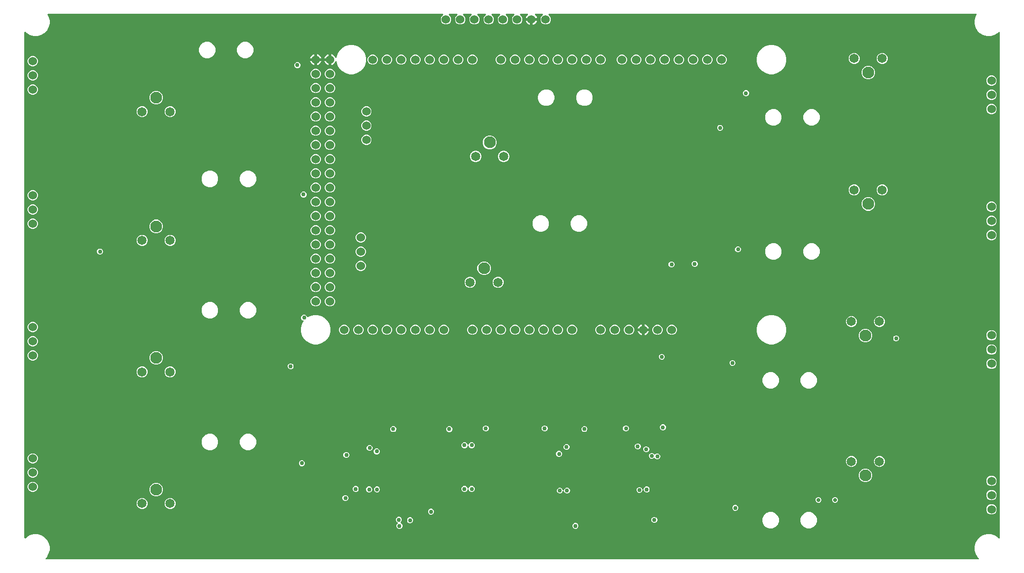
<source format=gbr>
G04 EAGLE Gerber RS-274X export*
G75*
%MOMM*%
%FSLAX34Y34*%
%LPD*%
%INCopper Layer 15*%
%IPPOS*%
%AMOC8*
5,1,8,0,0,1.08239X$1,22.5*%
G01*
%ADD10C,1.650000*%
%ADD11C,2.100000*%
%ADD12C,1.524000*%
%ADD13C,0.756400*%
%ADD14C,0.254000*%
%ADD15C,0.706400*%

G36*
X1711330Y10178D02*
X1711330Y10178D01*
X1711469Y10191D01*
X1711488Y10198D01*
X1711508Y10201D01*
X1711637Y10252D01*
X1711768Y10299D01*
X1711785Y10310D01*
X1711804Y10318D01*
X1711916Y10399D01*
X1712031Y10477D01*
X1712045Y10493D01*
X1712061Y10504D01*
X1712150Y10612D01*
X1712242Y10716D01*
X1712251Y10734D01*
X1712264Y10749D01*
X1712323Y10875D01*
X1712386Y10999D01*
X1712391Y11019D01*
X1712399Y11037D01*
X1712425Y11173D01*
X1712456Y11309D01*
X1712455Y11330D01*
X1712459Y11349D01*
X1712450Y11488D01*
X1712446Y11627D01*
X1712441Y11647D01*
X1712439Y11667D01*
X1712397Y11799D01*
X1712358Y11933D01*
X1712348Y11950D01*
X1712341Y11969D01*
X1712267Y12087D01*
X1712196Y12207D01*
X1712178Y12228D01*
X1712171Y12238D01*
X1712156Y12252D01*
X1712090Y12327D01*
X1709866Y14551D01*
X1706554Y20288D01*
X1704839Y26688D01*
X1704839Y33312D01*
X1706554Y39712D01*
X1709866Y45449D01*
X1714551Y50134D01*
X1720288Y53446D01*
X1726688Y55161D01*
X1733312Y55161D01*
X1739712Y53446D01*
X1745449Y50134D01*
X1747673Y47910D01*
X1747782Y47825D01*
X1747889Y47736D01*
X1747908Y47728D01*
X1747924Y47715D01*
X1748052Y47660D01*
X1748177Y47601D01*
X1748197Y47597D01*
X1748216Y47589D01*
X1748354Y47567D01*
X1748490Y47541D01*
X1748510Y47542D01*
X1748530Y47539D01*
X1748669Y47552D01*
X1748807Y47561D01*
X1748826Y47567D01*
X1748846Y47569D01*
X1748978Y47616D01*
X1749109Y47659D01*
X1749127Y47670D01*
X1749146Y47676D01*
X1749261Y47754D01*
X1749378Y47829D01*
X1749392Y47844D01*
X1749409Y47855D01*
X1749501Y47959D01*
X1749596Y48060D01*
X1749606Y48078D01*
X1749619Y48093D01*
X1749683Y48218D01*
X1749750Y48339D01*
X1749755Y48359D01*
X1749764Y48377D01*
X1749794Y48512D01*
X1749829Y48647D01*
X1749831Y48675D01*
X1749834Y48687D01*
X1749833Y48707D01*
X1749839Y48808D01*
X1749839Y951192D01*
X1749822Y951330D01*
X1749809Y951469D01*
X1749802Y951488D01*
X1749799Y951508D01*
X1749748Y951637D01*
X1749701Y951768D01*
X1749690Y951785D01*
X1749682Y951804D01*
X1749601Y951916D01*
X1749523Y952031D01*
X1749507Y952045D01*
X1749496Y952061D01*
X1749388Y952150D01*
X1749284Y952242D01*
X1749266Y952251D01*
X1749251Y952264D01*
X1749125Y952323D01*
X1749001Y952386D01*
X1748981Y952391D01*
X1748963Y952399D01*
X1748827Y952425D01*
X1748691Y952456D01*
X1748670Y952455D01*
X1748651Y952459D01*
X1748512Y952450D01*
X1748373Y952446D01*
X1748353Y952441D01*
X1748333Y952439D01*
X1748201Y952397D01*
X1748067Y952358D01*
X1748050Y952348D01*
X1748031Y952341D01*
X1747913Y952267D01*
X1747793Y952196D01*
X1747772Y952178D01*
X1747762Y952171D01*
X1747748Y952156D01*
X1747673Y952090D01*
X1745449Y949866D01*
X1739712Y946554D01*
X1733312Y944839D01*
X1726688Y944839D01*
X1720288Y946554D01*
X1714551Y949866D01*
X1709866Y954551D01*
X1706554Y960288D01*
X1704839Y966688D01*
X1704839Y973312D01*
X1706554Y979712D01*
X1708415Y982935D01*
X1708467Y983058D01*
X1708523Y983177D01*
X1708528Y983204D01*
X1708538Y983229D01*
X1708558Y983360D01*
X1708583Y983490D01*
X1708581Y983516D01*
X1708585Y983543D01*
X1708571Y983675D01*
X1708563Y983807D01*
X1708555Y983833D01*
X1708552Y983859D01*
X1708506Y983984D01*
X1708465Y984109D01*
X1708450Y984132D01*
X1708441Y984158D01*
X1708366Y984266D01*
X1708295Y984378D01*
X1708275Y984397D01*
X1708260Y984419D01*
X1708160Y984505D01*
X1708063Y984596D01*
X1708039Y984609D01*
X1708019Y984627D01*
X1707901Y984686D01*
X1707785Y984750D01*
X1707758Y984756D01*
X1707734Y984768D01*
X1707604Y984796D01*
X1707477Y984829D01*
X1707439Y984831D01*
X1707423Y984835D01*
X1707401Y984834D01*
X1707316Y984839D01*
X946058Y984839D01*
X945920Y984822D01*
X945781Y984809D01*
X945762Y984802D01*
X945742Y984799D01*
X945613Y984748D01*
X945482Y984701D01*
X945465Y984690D01*
X945446Y984682D01*
X945334Y984601D01*
X945219Y984523D01*
X945205Y984507D01*
X945189Y984496D01*
X945100Y984388D01*
X945008Y984284D01*
X944999Y984266D01*
X944986Y984251D01*
X944927Y984125D01*
X944864Y984001D01*
X944859Y983981D01*
X944851Y983963D01*
X944825Y983827D01*
X944794Y983691D01*
X944795Y983670D01*
X944791Y983651D01*
X944799Y983512D01*
X944804Y983373D01*
X944809Y983353D01*
X944811Y983333D01*
X944853Y983201D01*
X944892Y983067D01*
X944902Y983050D01*
X944909Y983031D01*
X944983Y982913D01*
X945054Y982793D01*
X945072Y982772D01*
X945079Y982762D01*
X945094Y982748D01*
X945160Y982673D01*
X947653Y980180D01*
X949045Y976819D01*
X949045Y973181D01*
X947653Y969820D01*
X945080Y967247D01*
X941719Y965855D01*
X938081Y965855D01*
X934720Y967247D01*
X932147Y969820D01*
X930755Y973181D01*
X930755Y976819D01*
X932147Y980180D01*
X934640Y982673D01*
X934725Y982782D01*
X934814Y982889D01*
X934822Y982908D01*
X934835Y982924D01*
X934890Y983052D01*
X934949Y983177D01*
X934953Y983197D01*
X934961Y983216D01*
X934983Y983354D01*
X935009Y983490D01*
X935008Y983510D01*
X935011Y983530D01*
X934998Y983669D01*
X934989Y983807D01*
X934983Y983826D01*
X934981Y983846D01*
X934934Y983978D01*
X934891Y984109D01*
X934881Y984127D01*
X934874Y984146D01*
X934796Y984261D01*
X934721Y984378D01*
X934706Y984392D01*
X934695Y984409D01*
X934591Y984501D01*
X934490Y984596D01*
X934472Y984606D01*
X934457Y984619D01*
X934333Y984683D01*
X934211Y984750D01*
X934192Y984755D01*
X934173Y984764D01*
X934038Y984794D01*
X933903Y984829D01*
X933875Y984831D01*
X933863Y984834D01*
X933843Y984833D01*
X933742Y984839D01*
X922094Y984839D01*
X921956Y984822D01*
X921818Y984809D01*
X921799Y984802D01*
X921779Y984799D01*
X921650Y984748D01*
X921519Y984701D01*
X921502Y984690D01*
X921483Y984682D01*
X921371Y984601D01*
X921256Y984523D01*
X921242Y984507D01*
X921226Y984496D01*
X921137Y984388D01*
X921045Y984284D01*
X921036Y984266D01*
X921023Y984251D01*
X920964Y984125D01*
X920901Y984001D01*
X920896Y983981D01*
X920887Y983963D01*
X920861Y983826D01*
X920831Y983691D01*
X920832Y983670D01*
X920828Y983651D01*
X920836Y983512D01*
X920841Y983373D01*
X920846Y983353D01*
X920847Y983333D01*
X920890Y983201D01*
X920929Y983067D01*
X920939Y983050D01*
X920945Y983031D01*
X921020Y982913D01*
X921091Y982793D01*
X921109Y982772D01*
X921116Y982762D01*
X921131Y982748D01*
X921197Y982673D01*
X922250Y981619D01*
X923190Y980325D01*
X923916Y978900D01*
X924359Y977539D01*
X915770Y977539D01*
X915652Y977524D01*
X915533Y977517D01*
X915495Y977504D01*
X915455Y977499D01*
X915344Y977456D01*
X915231Y977419D01*
X915197Y977397D01*
X915159Y977382D01*
X915063Y977312D01*
X914962Y977249D01*
X914934Y977219D01*
X914902Y977195D01*
X914826Y977104D01*
X914744Y977017D01*
X914725Y976982D01*
X914699Y976951D01*
X914648Y976843D01*
X914591Y976739D01*
X914580Y976699D01*
X914563Y976663D01*
X914541Y976546D01*
X914511Y976431D01*
X914507Y976370D01*
X914503Y976350D01*
X914505Y976330D01*
X914501Y976270D01*
X914501Y974999D01*
X914499Y974999D01*
X914499Y976270D01*
X914484Y976388D01*
X914477Y976507D01*
X914464Y976545D01*
X914459Y976585D01*
X914415Y976696D01*
X914379Y976809D01*
X914357Y976844D01*
X914342Y976881D01*
X914272Y976977D01*
X914209Y977078D01*
X914179Y977106D01*
X914155Y977139D01*
X914064Y977214D01*
X913977Y977296D01*
X913942Y977316D01*
X913910Y977341D01*
X913803Y977392D01*
X913698Y977450D01*
X913659Y977460D01*
X913623Y977477D01*
X913506Y977499D01*
X913391Y977529D01*
X913330Y977533D01*
X913310Y977537D01*
X913290Y977535D01*
X913230Y977539D01*
X904641Y977539D01*
X905084Y978900D01*
X905810Y980325D01*
X906750Y981619D01*
X907803Y982673D01*
X907888Y982782D01*
X907977Y982889D01*
X907986Y982908D01*
X907998Y982924D01*
X908053Y983051D01*
X908113Y983177D01*
X908116Y983197D01*
X908124Y983216D01*
X908146Y983354D01*
X908172Y983490D01*
X908171Y983510D01*
X908174Y983530D01*
X908161Y983669D01*
X908153Y983807D01*
X908146Y983826D01*
X908144Y983846D01*
X908097Y983978D01*
X908055Y984109D01*
X908044Y984127D01*
X908037Y984146D01*
X907959Y984261D01*
X907884Y984378D01*
X907870Y984392D01*
X907858Y984409D01*
X907754Y984501D01*
X907653Y984596D01*
X907635Y984606D01*
X907620Y984619D01*
X907496Y984682D01*
X907374Y984750D01*
X907355Y984755D01*
X907337Y984764D01*
X907201Y984794D01*
X907066Y984829D01*
X907038Y984831D01*
X907026Y984834D01*
X907006Y984833D01*
X906906Y984839D01*
X895258Y984839D01*
X895120Y984822D01*
X894981Y984809D01*
X894962Y984802D01*
X894942Y984799D01*
X894813Y984748D01*
X894682Y984701D01*
X894665Y984690D01*
X894646Y984682D01*
X894534Y984601D01*
X894419Y984523D01*
X894405Y984507D01*
X894389Y984496D01*
X894300Y984388D01*
X894208Y984284D01*
X894199Y984266D01*
X894186Y984251D01*
X894127Y984125D01*
X894064Y984001D01*
X894059Y983981D01*
X894051Y983963D01*
X894025Y983827D01*
X893994Y983691D01*
X893995Y983670D01*
X893991Y983651D01*
X893999Y983512D01*
X894004Y983373D01*
X894009Y983353D01*
X894011Y983333D01*
X894053Y983201D01*
X894092Y983067D01*
X894102Y983050D01*
X894109Y983031D01*
X894183Y982913D01*
X894254Y982793D01*
X894272Y982772D01*
X894279Y982762D01*
X894294Y982748D01*
X894360Y982673D01*
X896853Y980180D01*
X898245Y976819D01*
X898245Y973181D01*
X896853Y969820D01*
X894280Y967247D01*
X890919Y965855D01*
X887281Y965855D01*
X883920Y967247D01*
X881347Y969820D01*
X879955Y973181D01*
X879955Y976819D01*
X881347Y980180D01*
X883840Y982673D01*
X883925Y982782D01*
X884014Y982889D01*
X884022Y982908D01*
X884035Y982924D01*
X884090Y983052D01*
X884149Y983177D01*
X884153Y983197D01*
X884161Y983216D01*
X884183Y983354D01*
X884209Y983490D01*
X884208Y983510D01*
X884211Y983530D01*
X884198Y983669D01*
X884189Y983807D01*
X884183Y983826D01*
X884181Y983846D01*
X884134Y983978D01*
X884091Y984109D01*
X884081Y984127D01*
X884074Y984146D01*
X883996Y984261D01*
X883921Y984378D01*
X883906Y984392D01*
X883895Y984409D01*
X883791Y984501D01*
X883690Y984596D01*
X883672Y984606D01*
X883657Y984619D01*
X883533Y984683D01*
X883411Y984750D01*
X883392Y984755D01*
X883373Y984764D01*
X883238Y984794D01*
X883103Y984829D01*
X883075Y984831D01*
X883063Y984834D01*
X883043Y984833D01*
X882942Y984839D01*
X869858Y984839D01*
X869720Y984822D01*
X869581Y984809D01*
X869562Y984802D01*
X869542Y984799D01*
X869413Y984748D01*
X869282Y984701D01*
X869265Y984690D01*
X869246Y984682D01*
X869134Y984601D01*
X869019Y984523D01*
X869005Y984507D01*
X868989Y984496D01*
X868900Y984388D01*
X868808Y984284D01*
X868799Y984266D01*
X868786Y984251D01*
X868727Y984125D01*
X868664Y984001D01*
X868659Y983981D01*
X868651Y983963D01*
X868625Y983827D01*
X868594Y983691D01*
X868595Y983670D01*
X868591Y983651D01*
X868599Y983512D01*
X868604Y983373D01*
X868609Y983353D01*
X868611Y983333D01*
X868653Y983201D01*
X868692Y983067D01*
X868702Y983050D01*
X868709Y983031D01*
X868783Y982913D01*
X868854Y982793D01*
X868872Y982772D01*
X868879Y982762D01*
X868894Y982748D01*
X868960Y982673D01*
X871453Y980180D01*
X872845Y976819D01*
X872845Y973181D01*
X871453Y969820D01*
X868880Y967247D01*
X865519Y965855D01*
X861881Y965855D01*
X858520Y967247D01*
X855947Y969820D01*
X854555Y973181D01*
X854555Y976819D01*
X855947Y980180D01*
X858440Y982673D01*
X858525Y982782D01*
X858614Y982889D01*
X858622Y982908D01*
X858635Y982924D01*
X858690Y983052D01*
X858749Y983177D01*
X858753Y983197D01*
X858761Y983216D01*
X858783Y983354D01*
X858809Y983490D01*
X858808Y983510D01*
X858811Y983530D01*
X858798Y983669D01*
X858789Y983807D01*
X858783Y983826D01*
X858781Y983846D01*
X858734Y983978D01*
X858691Y984109D01*
X858681Y984127D01*
X858674Y984146D01*
X858596Y984261D01*
X858521Y984378D01*
X858506Y984392D01*
X858495Y984409D01*
X858391Y984501D01*
X858290Y984596D01*
X858272Y984606D01*
X858257Y984619D01*
X858133Y984683D01*
X858011Y984750D01*
X857992Y984755D01*
X857973Y984764D01*
X857838Y984794D01*
X857703Y984829D01*
X857675Y984831D01*
X857663Y984834D01*
X857643Y984833D01*
X857542Y984839D01*
X844458Y984839D01*
X844320Y984822D01*
X844181Y984809D01*
X844162Y984802D01*
X844142Y984799D01*
X844013Y984748D01*
X843882Y984701D01*
X843865Y984690D01*
X843846Y984682D01*
X843734Y984601D01*
X843619Y984523D01*
X843605Y984507D01*
X843589Y984496D01*
X843500Y984388D01*
X843408Y984284D01*
X843399Y984266D01*
X843386Y984251D01*
X843327Y984125D01*
X843264Y984001D01*
X843259Y983981D01*
X843251Y983963D01*
X843225Y983827D01*
X843194Y983691D01*
X843195Y983670D01*
X843191Y983651D01*
X843199Y983512D01*
X843204Y983373D01*
X843209Y983353D01*
X843211Y983333D01*
X843253Y983201D01*
X843292Y983067D01*
X843302Y983050D01*
X843309Y983031D01*
X843383Y982913D01*
X843454Y982793D01*
X843472Y982772D01*
X843479Y982762D01*
X843494Y982748D01*
X843560Y982673D01*
X846053Y980180D01*
X847445Y976819D01*
X847445Y973181D01*
X846053Y969820D01*
X843480Y967247D01*
X840119Y965855D01*
X836481Y965855D01*
X833120Y967247D01*
X830547Y969820D01*
X829155Y973181D01*
X829155Y976819D01*
X830547Y980180D01*
X833040Y982673D01*
X833125Y982782D01*
X833214Y982889D01*
X833222Y982908D01*
X833235Y982924D01*
X833290Y983052D01*
X833349Y983177D01*
X833353Y983197D01*
X833361Y983216D01*
X833383Y983354D01*
X833409Y983490D01*
X833408Y983510D01*
X833411Y983530D01*
X833398Y983669D01*
X833389Y983807D01*
X833383Y983826D01*
X833381Y983846D01*
X833334Y983978D01*
X833291Y984109D01*
X833281Y984127D01*
X833274Y984146D01*
X833196Y984261D01*
X833121Y984378D01*
X833106Y984392D01*
X833095Y984409D01*
X832991Y984501D01*
X832890Y984596D01*
X832872Y984606D01*
X832857Y984619D01*
X832733Y984683D01*
X832611Y984750D01*
X832592Y984755D01*
X832573Y984764D01*
X832438Y984794D01*
X832303Y984829D01*
X832275Y984831D01*
X832263Y984834D01*
X832243Y984833D01*
X832142Y984839D01*
X819058Y984839D01*
X818920Y984822D01*
X818781Y984809D01*
X818762Y984802D01*
X818742Y984799D01*
X818613Y984748D01*
X818482Y984701D01*
X818465Y984690D01*
X818446Y984682D01*
X818334Y984601D01*
X818219Y984523D01*
X818205Y984507D01*
X818189Y984496D01*
X818100Y984388D01*
X818008Y984284D01*
X817999Y984266D01*
X817986Y984251D01*
X817927Y984125D01*
X817864Y984001D01*
X817859Y983981D01*
X817851Y983963D01*
X817825Y983827D01*
X817794Y983691D01*
X817795Y983670D01*
X817791Y983651D01*
X817799Y983512D01*
X817804Y983373D01*
X817809Y983353D01*
X817811Y983333D01*
X817853Y983201D01*
X817892Y983067D01*
X817902Y983050D01*
X817909Y983031D01*
X817983Y982913D01*
X818054Y982793D01*
X818072Y982772D01*
X818079Y982762D01*
X818094Y982748D01*
X818160Y982673D01*
X820653Y980180D01*
X822045Y976819D01*
X822045Y973181D01*
X820653Y969820D01*
X818080Y967247D01*
X814719Y965855D01*
X811081Y965855D01*
X807720Y967247D01*
X805147Y969820D01*
X803755Y973181D01*
X803755Y976819D01*
X805147Y980180D01*
X807640Y982673D01*
X807725Y982782D01*
X807814Y982889D01*
X807822Y982908D01*
X807835Y982924D01*
X807890Y983052D01*
X807949Y983177D01*
X807953Y983197D01*
X807961Y983216D01*
X807983Y983354D01*
X808009Y983490D01*
X808008Y983510D01*
X808011Y983530D01*
X807998Y983669D01*
X807989Y983807D01*
X807983Y983826D01*
X807981Y983846D01*
X807934Y983978D01*
X807891Y984109D01*
X807881Y984127D01*
X807874Y984146D01*
X807796Y984261D01*
X807721Y984378D01*
X807706Y984392D01*
X807695Y984409D01*
X807591Y984501D01*
X807490Y984596D01*
X807472Y984606D01*
X807457Y984619D01*
X807333Y984683D01*
X807211Y984750D01*
X807192Y984755D01*
X807173Y984764D01*
X807038Y984794D01*
X806903Y984829D01*
X806875Y984831D01*
X806863Y984834D01*
X806843Y984833D01*
X806742Y984839D01*
X793658Y984839D01*
X793520Y984822D01*
X793381Y984809D01*
X793362Y984802D01*
X793342Y984799D01*
X793213Y984748D01*
X793082Y984701D01*
X793065Y984690D01*
X793046Y984682D01*
X792934Y984601D01*
X792819Y984523D01*
X792805Y984507D01*
X792789Y984496D01*
X792700Y984388D01*
X792608Y984284D01*
X792599Y984266D01*
X792586Y984251D01*
X792527Y984125D01*
X792464Y984001D01*
X792459Y983981D01*
X792451Y983963D01*
X792425Y983827D01*
X792394Y983691D01*
X792395Y983670D01*
X792391Y983651D01*
X792399Y983512D01*
X792404Y983373D01*
X792409Y983353D01*
X792411Y983333D01*
X792453Y983201D01*
X792492Y983067D01*
X792502Y983050D01*
X792509Y983031D01*
X792583Y982913D01*
X792654Y982793D01*
X792672Y982772D01*
X792679Y982762D01*
X792694Y982748D01*
X792760Y982673D01*
X795253Y980180D01*
X796645Y976819D01*
X796645Y973181D01*
X795253Y969820D01*
X792680Y967247D01*
X789319Y965855D01*
X785681Y965855D01*
X782320Y967247D01*
X779747Y969820D01*
X778355Y973181D01*
X778355Y976819D01*
X779747Y980180D01*
X782240Y982673D01*
X782325Y982782D01*
X782414Y982889D01*
X782422Y982908D01*
X782435Y982924D01*
X782490Y983052D01*
X782549Y983177D01*
X782553Y983197D01*
X782561Y983216D01*
X782583Y983354D01*
X782609Y983490D01*
X782608Y983510D01*
X782611Y983530D01*
X782598Y983669D01*
X782589Y983807D01*
X782583Y983826D01*
X782581Y983846D01*
X782534Y983978D01*
X782491Y984109D01*
X782481Y984127D01*
X782474Y984146D01*
X782396Y984261D01*
X782321Y984378D01*
X782306Y984392D01*
X782295Y984409D01*
X782191Y984501D01*
X782090Y984596D01*
X782072Y984606D01*
X782057Y984619D01*
X781933Y984683D01*
X781811Y984750D01*
X781792Y984755D01*
X781773Y984764D01*
X781638Y984794D01*
X781503Y984829D01*
X781475Y984831D01*
X781463Y984834D01*
X781443Y984833D01*
X781342Y984839D01*
X768258Y984839D01*
X768120Y984822D01*
X767981Y984809D01*
X767962Y984802D01*
X767942Y984799D01*
X767813Y984748D01*
X767682Y984701D01*
X767665Y984690D01*
X767646Y984682D01*
X767534Y984601D01*
X767419Y984523D01*
X767405Y984507D01*
X767389Y984496D01*
X767300Y984388D01*
X767208Y984284D01*
X767199Y984266D01*
X767186Y984251D01*
X767127Y984125D01*
X767064Y984001D01*
X767059Y983981D01*
X767051Y983963D01*
X767025Y983827D01*
X766994Y983691D01*
X766995Y983670D01*
X766991Y983651D01*
X766999Y983512D01*
X767004Y983373D01*
X767009Y983353D01*
X767011Y983333D01*
X767053Y983201D01*
X767092Y983067D01*
X767102Y983050D01*
X767109Y983031D01*
X767183Y982913D01*
X767254Y982793D01*
X767272Y982772D01*
X767279Y982762D01*
X767294Y982748D01*
X767360Y982673D01*
X769853Y980180D01*
X771245Y976819D01*
X771245Y973181D01*
X769853Y969820D01*
X767280Y967247D01*
X763919Y965855D01*
X760281Y965855D01*
X756920Y967247D01*
X754347Y969820D01*
X752955Y973181D01*
X752955Y976819D01*
X754347Y980180D01*
X756840Y982673D01*
X756925Y982782D01*
X757014Y982889D01*
X757022Y982908D01*
X757035Y982924D01*
X757090Y983052D01*
X757149Y983177D01*
X757153Y983197D01*
X757161Y983216D01*
X757183Y983354D01*
X757209Y983490D01*
X757208Y983510D01*
X757211Y983530D01*
X757198Y983669D01*
X757189Y983807D01*
X757183Y983826D01*
X757181Y983846D01*
X757134Y983978D01*
X757091Y984109D01*
X757081Y984127D01*
X757074Y984146D01*
X756996Y984261D01*
X756921Y984378D01*
X756906Y984392D01*
X756895Y984409D01*
X756791Y984501D01*
X756690Y984596D01*
X756672Y984606D01*
X756657Y984619D01*
X756533Y984683D01*
X756411Y984750D01*
X756392Y984755D01*
X756373Y984764D01*
X756238Y984794D01*
X756103Y984829D01*
X756075Y984831D01*
X756063Y984834D01*
X756043Y984833D01*
X755942Y984839D01*
X52684Y984839D01*
X52553Y984823D01*
X52421Y984812D01*
X52395Y984803D01*
X52369Y984799D01*
X52246Y984751D01*
X52120Y984707D01*
X52098Y984692D01*
X52073Y984682D01*
X51966Y984605D01*
X51855Y984531D01*
X51837Y984511D01*
X51815Y984496D01*
X51731Y984393D01*
X51642Y984295D01*
X51630Y984271D01*
X51613Y984251D01*
X51556Y984131D01*
X51495Y984014D01*
X51489Y983987D01*
X51477Y983963D01*
X51452Y983833D01*
X51422Y983704D01*
X51422Y983677D01*
X51417Y983651D01*
X51426Y983518D01*
X51428Y983386D01*
X51435Y983360D01*
X51437Y983333D01*
X51478Y983207D01*
X51513Y983080D01*
X51530Y983045D01*
X51535Y983031D01*
X51547Y983012D01*
X51585Y982935D01*
X53446Y979712D01*
X55161Y973312D01*
X55161Y966688D01*
X53446Y960288D01*
X50134Y954551D01*
X45449Y949866D01*
X39712Y946554D01*
X33312Y944839D01*
X26688Y944839D01*
X20288Y946554D01*
X14551Y949866D01*
X12327Y952090D01*
X12218Y952175D01*
X12111Y952264D01*
X12092Y952272D01*
X12076Y952285D01*
X11948Y952340D01*
X11823Y952399D01*
X11803Y952403D01*
X11784Y952411D01*
X11646Y952433D01*
X11510Y952459D01*
X11490Y952458D01*
X11470Y952461D01*
X11331Y952448D01*
X11193Y952439D01*
X11174Y952433D01*
X11154Y952431D01*
X11022Y952384D01*
X10891Y952341D01*
X10873Y952330D01*
X10854Y952324D01*
X10739Y952246D01*
X10622Y952171D01*
X10608Y952156D01*
X10591Y952145D01*
X10499Y952041D01*
X10404Y951940D01*
X10394Y951922D01*
X10381Y951907D01*
X10317Y951782D01*
X10250Y951661D01*
X10245Y951641D01*
X10236Y951623D01*
X10206Y951488D01*
X10171Y951353D01*
X10169Y951325D01*
X10166Y951313D01*
X10167Y951293D01*
X10161Y951192D01*
X10161Y48808D01*
X10178Y48670D01*
X10191Y48531D01*
X10198Y48512D01*
X10201Y48492D01*
X10252Y48363D01*
X10299Y48232D01*
X10310Y48215D01*
X10318Y48196D01*
X10399Y48084D01*
X10477Y47969D01*
X10493Y47955D01*
X10504Y47939D01*
X10612Y47850D01*
X10716Y47758D01*
X10734Y47749D01*
X10749Y47736D01*
X10875Y47677D01*
X10999Y47614D01*
X11019Y47609D01*
X11037Y47601D01*
X11173Y47575D01*
X11309Y47544D01*
X11330Y47545D01*
X11349Y47541D01*
X11488Y47550D01*
X11627Y47554D01*
X11647Y47559D01*
X11667Y47561D01*
X11799Y47603D01*
X11933Y47642D01*
X11950Y47652D01*
X11969Y47659D01*
X12087Y47733D01*
X12207Y47804D01*
X12228Y47822D01*
X12238Y47829D01*
X12252Y47844D01*
X12327Y47910D01*
X14551Y50134D01*
X20288Y53446D01*
X26688Y55161D01*
X33312Y55161D01*
X39712Y53446D01*
X45449Y50134D01*
X50134Y45449D01*
X53446Y39712D01*
X55161Y33312D01*
X55161Y26688D01*
X53446Y20288D01*
X50134Y14551D01*
X47910Y12327D01*
X47825Y12218D01*
X47736Y12111D01*
X47728Y12092D01*
X47715Y12076D01*
X47660Y11948D01*
X47601Y11823D01*
X47597Y11803D01*
X47589Y11784D01*
X47567Y11646D01*
X47541Y11510D01*
X47542Y11490D01*
X47539Y11470D01*
X47552Y11331D01*
X47561Y11193D01*
X47567Y11174D01*
X47569Y11154D01*
X47616Y11022D01*
X47659Y10891D01*
X47670Y10873D01*
X47676Y10854D01*
X47754Y10739D01*
X47829Y10622D01*
X47844Y10608D01*
X47855Y10591D01*
X47959Y10499D01*
X48060Y10404D01*
X48078Y10394D01*
X48093Y10381D01*
X48218Y10317D01*
X48339Y10250D01*
X48359Y10245D01*
X48377Y10236D01*
X48512Y10206D01*
X48647Y10171D01*
X48675Y10169D01*
X48687Y10166D01*
X48707Y10167D01*
X48808Y10161D01*
X1711192Y10161D01*
X1711330Y10178D01*
G37*
%LPC*%
G36*
X589856Y876839D02*
X589856Y876839D01*
X583202Y878622D01*
X577237Y882066D01*
X572366Y886937D01*
X568922Y892902D01*
X567175Y899422D01*
X567132Y899527D01*
X567098Y899634D01*
X567073Y899674D01*
X567055Y899717D01*
X566988Y899807D01*
X566927Y899903D01*
X566893Y899935D01*
X566865Y899972D01*
X566778Y900043D01*
X566696Y900120D01*
X566655Y900143D01*
X566618Y900172D01*
X566516Y900219D01*
X566417Y900274D01*
X566372Y900285D01*
X566329Y900305D01*
X566218Y900325D01*
X566109Y900353D01*
X566062Y900353D01*
X566016Y900361D01*
X565904Y900353D01*
X565791Y900353D01*
X565746Y900342D01*
X565699Y900338D01*
X565592Y900302D01*
X565483Y900274D01*
X565442Y900252D01*
X565397Y900237D01*
X565303Y900176D01*
X565204Y900122D01*
X565170Y900090D01*
X565131Y900064D01*
X565054Y899981D01*
X564972Y899904D01*
X564947Y899865D01*
X564915Y899830D01*
X564862Y899731D01*
X564801Y899636D01*
X564775Y899569D01*
X564765Y899550D01*
X564760Y899532D01*
X564742Y899486D01*
X564616Y899100D01*
X563890Y897675D01*
X562950Y896381D01*
X561819Y895250D01*
X560525Y894310D01*
X559100Y893584D01*
X557739Y893141D01*
X557739Y901730D01*
X557724Y901848D01*
X557717Y901967D01*
X557704Y902005D01*
X557699Y902045D01*
X557656Y902156D01*
X557619Y902269D01*
X557597Y902303D01*
X557582Y902341D01*
X557512Y902437D01*
X557449Y902538D01*
X557419Y902566D01*
X557395Y902598D01*
X557304Y902674D01*
X557217Y902756D01*
X557182Y902775D01*
X557151Y902801D01*
X557043Y902852D01*
X556939Y902909D01*
X556899Y902920D01*
X556863Y902937D01*
X556746Y902959D01*
X556631Y902989D01*
X556570Y902993D01*
X556550Y902997D01*
X556530Y902995D01*
X556470Y902999D01*
X555199Y902999D01*
X555199Y903001D01*
X556470Y903001D01*
X556588Y903016D01*
X556707Y903023D01*
X556745Y903036D01*
X556785Y903041D01*
X556896Y903085D01*
X557009Y903121D01*
X557044Y903143D01*
X557081Y903158D01*
X557177Y903228D01*
X557278Y903291D01*
X557306Y903321D01*
X557339Y903345D01*
X557414Y903436D01*
X557496Y903523D01*
X557516Y903558D01*
X557541Y903590D01*
X557592Y903697D01*
X557650Y903802D01*
X557660Y903841D01*
X557677Y903877D01*
X557699Y903994D01*
X557729Y904109D01*
X557733Y904170D01*
X557737Y904190D01*
X557735Y904210D01*
X557739Y904270D01*
X557739Y912859D01*
X559100Y912416D01*
X560525Y911690D01*
X561819Y910750D01*
X562950Y909619D01*
X563890Y908325D01*
X564616Y906900D01*
X564742Y906514D01*
X564790Y906412D01*
X564830Y906307D01*
X564857Y906268D01*
X564877Y906226D01*
X564949Y906139D01*
X565014Y906047D01*
X565050Y906017D01*
X565080Y905981D01*
X565171Y905915D01*
X565257Y905842D01*
X565299Y905822D01*
X565337Y905794D01*
X565442Y905752D01*
X565543Y905703D01*
X565589Y905694D01*
X565633Y905677D01*
X565745Y905663D01*
X565855Y905640D01*
X565902Y905643D01*
X565948Y905637D01*
X566060Y905651D01*
X566173Y905657D01*
X566217Y905671D01*
X566264Y905676D01*
X566369Y905718D01*
X566476Y905751D01*
X566516Y905776D01*
X566560Y905793D01*
X566651Y905859D01*
X566747Y905919D01*
X566779Y905953D01*
X566817Y905980D01*
X566889Y906067D01*
X566967Y906148D01*
X566990Y906189D01*
X567020Y906225D01*
X567068Y906327D01*
X567124Y906425D01*
X567147Y906493D01*
X567156Y906512D01*
X567159Y906531D01*
X567175Y906578D01*
X568922Y913098D01*
X572366Y919063D01*
X577237Y923934D01*
X583202Y927378D01*
X589856Y929161D01*
X596744Y929161D01*
X603398Y927378D01*
X609363Y923934D01*
X614234Y919063D01*
X617678Y913098D01*
X619461Y906444D01*
X619461Y899556D01*
X617678Y892902D01*
X614234Y886937D01*
X609363Y882066D01*
X603398Y878622D01*
X596744Y876839D01*
X589856Y876839D01*
G37*
%LPD*%
%LPC*%
G36*
X526356Y394239D02*
X526356Y394239D01*
X519702Y396022D01*
X513737Y399466D01*
X508866Y404337D01*
X505422Y410302D01*
X503639Y416956D01*
X503639Y423844D01*
X505422Y430498D01*
X508064Y435074D01*
X508081Y435114D01*
X508105Y435150D01*
X508142Y435260D01*
X508188Y435367D01*
X508194Y435410D01*
X508208Y435450D01*
X508217Y435567D01*
X508234Y435682D01*
X508230Y435725D01*
X508233Y435768D01*
X508213Y435882D01*
X508201Y435998D01*
X508186Y436038D01*
X508179Y436081D01*
X508131Y436187D01*
X508090Y436296D01*
X508066Y436332D01*
X508048Y436371D01*
X507975Y436462D01*
X507909Y436558D01*
X507876Y436586D01*
X507849Y436619D01*
X507756Y436689D01*
X507668Y436766D01*
X507630Y436785D01*
X507595Y436811D01*
X507451Y436881D01*
X506022Y437473D01*
X504529Y438966D01*
X503721Y440917D01*
X503721Y443028D01*
X504529Y444978D01*
X506022Y446471D01*
X507972Y447279D01*
X510083Y447279D01*
X512034Y446471D01*
X513527Y444978D01*
X514232Y443276D01*
X514253Y443239D01*
X514267Y443198D01*
X514332Y443101D01*
X514389Y443000D01*
X514419Y442969D01*
X514443Y442933D01*
X514529Y442855D01*
X514610Y442772D01*
X514647Y442749D01*
X514679Y442720D01*
X514782Y442666D01*
X514881Y442605D01*
X514923Y442593D01*
X514961Y442573D01*
X515074Y442546D01*
X515185Y442512D01*
X515228Y442510D01*
X515270Y442500D01*
X515387Y442502D01*
X515503Y442497D01*
X515545Y442505D01*
X515588Y442506D01*
X515700Y442537D01*
X515815Y442561D01*
X515853Y442580D01*
X515895Y442591D01*
X516039Y442663D01*
X519702Y444778D01*
X526356Y446561D01*
X533244Y446561D01*
X539898Y444778D01*
X545863Y441334D01*
X550734Y436463D01*
X554178Y430498D01*
X555961Y423844D01*
X555961Y416956D01*
X554178Y410302D01*
X550734Y404337D01*
X545863Y399466D01*
X539898Y396022D01*
X533244Y394239D01*
X526356Y394239D01*
G37*
%LPD*%
%LPC*%
G36*
X1339156Y876839D02*
X1339156Y876839D01*
X1332502Y878622D01*
X1326537Y882066D01*
X1321666Y886937D01*
X1318222Y892902D01*
X1316439Y899556D01*
X1316439Y906444D01*
X1318222Y913098D01*
X1321666Y919063D01*
X1326537Y923934D01*
X1332502Y927378D01*
X1339156Y929161D01*
X1346044Y929161D01*
X1352698Y927378D01*
X1358663Y923934D01*
X1363534Y919063D01*
X1366978Y913098D01*
X1368761Y906444D01*
X1368761Y899556D01*
X1366978Y892902D01*
X1363534Y886937D01*
X1358663Y882066D01*
X1352698Y878622D01*
X1346044Y876839D01*
X1339156Y876839D01*
G37*
%LPD*%
%LPC*%
G36*
X1339156Y394239D02*
X1339156Y394239D01*
X1332502Y396022D01*
X1326537Y399466D01*
X1321666Y404337D01*
X1318222Y410302D01*
X1316439Y416956D01*
X1316439Y423844D01*
X1318222Y430498D01*
X1321666Y436463D01*
X1326537Y441334D01*
X1332502Y444778D01*
X1339156Y446561D01*
X1346044Y446561D01*
X1352698Y444778D01*
X1358663Y441334D01*
X1363534Y436463D01*
X1366978Y430498D01*
X1368761Y423844D01*
X1368761Y416956D01*
X1366978Y410302D01*
X1363534Y404337D01*
X1358663Y399466D01*
X1352698Y396022D01*
X1346044Y394239D01*
X1339156Y394239D01*
G37*
%LPD*%
%LPC*%
G36*
X1406084Y315339D02*
X1406084Y315339D01*
X1400695Y317571D01*
X1396571Y321695D01*
X1394339Y327084D01*
X1394339Y332916D01*
X1396571Y338305D01*
X1400695Y342429D01*
X1406084Y344661D01*
X1411916Y344661D01*
X1417305Y342429D01*
X1421429Y338305D01*
X1423661Y332916D01*
X1423661Y327084D01*
X1421429Y321695D01*
X1417305Y317571D01*
X1411916Y315339D01*
X1406084Y315339D01*
G37*
%LPD*%
%LPC*%
G36*
X1343084Y545339D02*
X1343084Y545339D01*
X1337695Y547571D01*
X1333571Y551695D01*
X1331339Y557084D01*
X1331339Y562916D01*
X1333571Y568305D01*
X1337695Y572429D01*
X1343084Y574661D01*
X1348916Y574661D01*
X1354305Y572429D01*
X1358429Y568305D01*
X1360661Y562916D01*
X1360661Y557084D01*
X1358429Y551695D01*
X1354305Y547571D01*
X1348916Y545339D01*
X1343084Y545339D01*
G37*
%LPD*%
%LPC*%
G36*
X401084Y905339D02*
X401084Y905339D01*
X395695Y907571D01*
X391571Y911695D01*
X389339Y917084D01*
X389339Y922916D01*
X391571Y928305D01*
X395695Y932429D01*
X401084Y934661D01*
X406916Y934661D01*
X412305Y932429D01*
X416429Y928305D01*
X418661Y922916D01*
X418661Y917084D01*
X416429Y911695D01*
X412305Y907571D01*
X406916Y905339D01*
X401084Y905339D01*
G37*
%LPD*%
%LPC*%
G36*
X333084Y905339D02*
X333084Y905339D01*
X327695Y907571D01*
X323571Y911695D01*
X321339Y917084D01*
X321339Y922916D01*
X323571Y928305D01*
X327695Y932429D01*
X333084Y934661D01*
X338916Y934661D01*
X344305Y932429D01*
X348429Y928305D01*
X350661Y922916D01*
X350661Y917084D01*
X348429Y911695D01*
X344305Y907571D01*
X338916Y905339D01*
X333084Y905339D01*
G37*
%LPD*%
%LPC*%
G36*
X406084Y675339D02*
X406084Y675339D01*
X400695Y677571D01*
X396571Y681695D01*
X394339Y687084D01*
X394339Y692916D01*
X396571Y698305D01*
X400695Y702429D01*
X406084Y704661D01*
X411916Y704661D01*
X417305Y702429D01*
X421429Y698305D01*
X423661Y692916D01*
X423661Y687084D01*
X421429Y681695D01*
X417305Y677571D01*
X411916Y675339D01*
X406084Y675339D01*
G37*
%LPD*%
%LPC*%
G36*
X996084Y595339D02*
X996084Y595339D01*
X990695Y597571D01*
X986571Y601695D01*
X984339Y607084D01*
X984339Y612916D01*
X986571Y618305D01*
X990695Y622429D01*
X996084Y624661D01*
X1001916Y624661D01*
X1007305Y622429D01*
X1011429Y618305D01*
X1013661Y612916D01*
X1013661Y607084D01*
X1011429Y601695D01*
X1007305Y597571D01*
X1001916Y595339D01*
X996084Y595339D01*
G37*
%LPD*%
%LPC*%
G36*
X338084Y675339D02*
X338084Y675339D01*
X332695Y677571D01*
X328571Y681695D01*
X326339Y687084D01*
X326339Y692916D01*
X328571Y698305D01*
X332695Y702429D01*
X338084Y704661D01*
X343916Y704661D01*
X349305Y702429D01*
X353429Y698305D01*
X355661Y692916D01*
X355661Y687084D01*
X353429Y681695D01*
X349305Y677571D01*
X343916Y675339D01*
X338084Y675339D01*
G37*
%LPD*%
%LPC*%
G36*
X1411084Y785339D02*
X1411084Y785339D01*
X1405695Y787571D01*
X1401571Y791695D01*
X1399339Y797084D01*
X1399339Y802916D01*
X1401571Y808305D01*
X1405695Y812429D01*
X1411084Y814661D01*
X1416916Y814661D01*
X1422305Y812429D01*
X1426429Y808305D01*
X1428661Y802916D01*
X1428661Y797084D01*
X1426429Y791695D01*
X1422305Y787571D01*
X1416916Y785339D01*
X1411084Y785339D01*
G37*
%LPD*%
%LPC*%
G36*
X1343084Y785339D02*
X1343084Y785339D01*
X1337695Y787571D01*
X1333571Y791695D01*
X1331339Y797084D01*
X1331339Y802916D01*
X1333571Y808305D01*
X1337695Y812429D01*
X1343084Y814661D01*
X1348916Y814661D01*
X1354305Y812429D01*
X1358429Y808305D01*
X1360661Y802916D01*
X1360661Y797084D01*
X1358429Y791695D01*
X1354305Y787571D01*
X1348916Y785339D01*
X1343084Y785339D01*
G37*
%LPD*%
%LPC*%
G36*
X338084Y440339D02*
X338084Y440339D01*
X332695Y442571D01*
X328571Y446695D01*
X326339Y452084D01*
X326339Y457916D01*
X328571Y463305D01*
X332695Y467429D01*
X338084Y469661D01*
X343916Y469661D01*
X349305Y467429D01*
X353429Y463305D01*
X355661Y457916D01*
X355661Y452084D01*
X353429Y446695D01*
X349305Y442571D01*
X343916Y440339D01*
X338084Y440339D01*
G37*
%LPD*%
%LPC*%
G36*
X1338084Y65339D02*
X1338084Y65339D01*
X1332695Y67571D01*
X1328571Y71695D01*
X1326339Y77084D01*
X1326339Y82916D01*
X1328571Y88305D01*
X1332695Y92429D01*
X1338084Y94661D01*
X1343916Y94661D01*
X1349305Y92429D01*
X1353429Y88305D01*
X1355661Y82916D01*
X1355661Y77084D01*
X1353429Y71695D01*
X1349305Y67571D01*
X1343916Y65339D01*
X1338084Y65339D01*
G37*
%LPD*%
%LPC*%
G36*
X1411084Y545339D02*
X1411084Y545339D01*
X1405695Y547571D01*
X1401571Y551695D01*
X1399339Y557084D01*
X1399339Y562916D01*
X1401571Y568305D01*
X1405695Y572429D01*
X1411084Y574661D01*
X1416916Y574661D01*
X1422305Y572429D01*
X1426429Y568305D01*
X1428661Y562916D01*
X1428661Y557084D01*
X1426429Y551695D01*
X1422305Y547571D01*
X1416916Y545339D01*
X1411084Y545339D01*
G37*
%LPD*%
%LPC*%
G36*
X928084Y595339D02*
X928084Y595339D01*
X922695Y597571D01*
X918571Y601695D01*
X916339Y607084D01*
X916339Y612916D01*
X918571Y618305D01*
X922695Y622429D01*
X928084Y624661D01*
X933916Y624661D01*
X939305Y622429D01*
X943429Y618305D01*
X945661Y612916D01*
X945661Y607084D01*
X943429Y601695D01*
X939305Y597571D01*
X933916Y595339D01*
X928084Y595339D01*
G37*
%LPD*%
%LPC*%
G36*
X1338084Y315339D02*
X1338084Y315339D01*
X1332695Y317571D01*
X1328571Y321695D01*
X1326339Y327084D01*
X1326339Y332916D01*
X1328571Y338305D01*
X1332695Y342429D01*
X1338084Y344661D01*
X1343916Y344661D01*
X1349305Y342429D01*
X1353429Y338305D01*
X1355661Y332916D01*
X1355661Y327084D01*
X1353429Y321695D01*
X1349305Y317571D01*
X1343916Y315339D01*
X1338084Y315339D01*
G37*
%LPD*%
%LPC*%
G36*
X406084Y205339D02*
X406084Y205339D01*
X400695Y207571D01*
X396571Y211695D01*
X394339Y217084D01*
X394339Y222916D01*
X396571Y228305D01*
X400695Y232429D01*
X406084Y234661D01*
X411916Y234661D01*
X417305Y232429D01*
X421429Y228305D01*
X423661Y222916D01*
X423661Y217084D01*
X421429Y211695D01*
X417305Y207571D01*
X411916Y205339D01*
X406084Y205339D01*
G37*
%LPD*%
%LPC*%
G36*
X1006084Y820339D02*
X1006084Y820339D01*
X1000695Y822571D01*
X996571Y826695D01*
X994339Y832084D01*
X994339Y837916D01*
X996571Y843305D01*
X1000695Y847429D01*
X1006084Y849661D01*
X1011916Y849661D01*
X1017305Y847429D01*
X1021429Y843305D01*
X1023661Y837916D01*
X1023661Y832084D01*
X1021429Y826695D01*
X1017305Y822571D01*
X1011916Y820339D01*
X1006084Y820339D01*
G37*
%LPD*%
%LPC*%
G36*
X938084Y820339D02*
X938084Y820339D01*
X932695Y822571D01*
X928571Y826695D01*
X926339Y832084D01*
X926339Y837916D01*
X928571Y843305D01*
X932695Y847429D01*
X938084Y849661D01*
X943916Y849661D01*
X949305Y847429D01*
X953429Y843305D01*
X955661Y837916D01*
X955661Y832084D01*
X953429Y826695D01*
X949305Y822571D01*
X943916Y820339D01*
X938084Y820339D01*
G37*
%LPD*%
%LPC*%
G36*
X338084Y205339D02*
X338084Y205339D01*
X332695Y207571D01*
X328571Y211695D01*
X326339Y217084D01*
X326339Y222916D01*
X328571Y228305D01*
X332695Y232429D01*
X338084Y234661D01*
X343916Y234661D01*
X349305Y232429D01*
X353429Y228305D01*
X355661Y222916D01*
X355661Y217084D01*
X353429Y211695D01*
X349305Y207571D01*
X343916Y205339D01*
X338084Y205339D01*
G37*
%LPD*%
%LPC*%
G36*
X406084Y440339D02*
X406084Y440339D01*
X400695Y442571D01*
X396571Y446695D01*
X394339Y452084D01*
X394339Y457916D01*
X396571Y463305D01*
X400695Y467429D01*
X406084Y469661D01*
X411916Y469661D01*
X417305Y467429D01*
X421429Y463305D01*
X423661Y457916D01*
X423661Y452084D01*
X421429Y446695D01*
X417305Y442571D01*
X411916Y440339D01*
X406084Y440339D01*
G37*
%LPD*%
%LPC*%
G36*
X1406084Y65339D02*
X1406084Y65339D01*
X1400695Y67571D01*
X1396571Y71695D01*
X1394339Y77084D01*
X1394339Y82916D01*
X1396571Y88305D01*
X1400695Y92429D01*
X1406084Y94661D01*
X1411916Y94661D01*
X1417305Y92429D01*
X1421429Y88305D01*
X1423661Y82916D01*
X1423661Y77084D01*
X1421429Y71695D01*
X1417305Y67571D01*
X1411916Y65339D01*
X1406084Y65339D01*
G37*
%LPD*%
%LPC*%
G36*
X242608Y357975D02*
X242608Y357975D01*
X238189Y359806D01*
X234806Y363189D01*
X232975Y367608D01*
X232975Y372392D01*
X234806Y376811D01*
X238189Y380194D01*
X242608Y382025D01*
X247392Y382025D01*
X251811Y380194D01*
X255194Y376811D01*
X257025Y372392D01*
X257025Y367608D01*
X255194Y363189D01*
X251811Y359806D01*
X247392Y357975D01*
X242608Y357975D01*
G37*
%LPD*%
%LPC*%
G36*
X1507608Y397975D02*
X1507608Y397975D01*
X1503189Y399806D01*
X1499806Y403189D01*
X1497975Y407608D01*
X1497975Y412392D01*
X1499806Y416811D01*
X1503189Y420194D01*
X1507608Y422025D01*
X1512392Y422025D01*
X1516811Y420194D01*
X1520194Y416811D01*
X1522025Y412392D01*
X1522025Y407608D01*
X1520194Y403189D01*
X1516811Y399806D01*
X1512392Y397975D01*
X1507608Y397975D01*
G37*
%LPD*%
%LPC*%
G36*
X837608Y742975D02*
X837608Y742975D01*
X833189Y744806D01*
X829806Y748189D01*
X827975Y752608D01*
X827975Y757392D01*
X829806Y761811D01*
X833189Y765194D01*
X837608Y767025D01*
X842392Y767025D01*
X846811Y765194D01*
X850194Y761811D01*
X852025Y757392D01*
X852025Y752608D01*
X850194Y748189D01*
X846811Y744806D01*
X842392Y742975D01*
X837608Y742975D01*
G37*
%LPD*%
%LPC*%
G36*
X1512608Y632975D02*
X1512608Y632975D01*
X1508189Y634806D01*
X1504806Y638189D01*
X1502975Y642608D01*
X1502975Y647392D01*
X1504806Y651811D01*
X1508189Y655194D01*
X1512608Y657025D01*
X1517392Y657025D01*
X1521811Y655194D01*
X1525194Y651811D01*
X1527025Y647392D01*
X1527025Y642608D01*
X1525194Y638189D01*
X1521811Y634806D01*
X1517392Y632975D01*
X1512608Y632975D01*
G37*
%LPD*%
%LPC*%
G36*
X242608Y592975D02*
X242608Y592975D01*
X238189Y594806D01*
X234806Y598189D01*
X232975Y602608D01*
X232975Y607392D01*
X234806Y611811D01*
X238189Y615194D01*
X242608Y617025D01*
X247392Y617025D01*
X251811Y615194D01*
X255194Y611811D01*
X257025Y607392D01*
X257025Y602608D01*
X255194Y598189D01*
X251811Y594806D01*
X247392Y592975D01*
X242608Y592975D01*
G37*
%LPD*%
%LPC*%
G36*
X827608Y517975D02*
X827608Y517975D01*
X823189Y519806D01*
X819806Y523189D01*
X817975Y527608D01*
X817975Y532392D01*
X819806Y536811D01*
X823189Y540194D01*
X827608Y542025D01*
X832392Y542025D01*
X836811Y540194D01*
X840194Y536811D01*
X842025Y532392D01*
X842025Y527608D01*
X840194Y523189D01*
X836811Y519806D01*
X832392Y517975D01*
X827608Y517975D01*
G37*
%LPD*%
%LPC*%
G36*
X242608Y822975D02*
X242608Y822975D01*
X238189Y824806D01*
X234806Y828189D01*
X232975Y832608D01*
X232975Y837392D01*
X234806Y841811D01*
X238189Y845194D01*
X242608Y847025D01*
X247392Y847025D01*
X251811Y845194D01*
X255194Y841811D01*
X257025Y837392D01*
X257025Y832608D01*
X255194Y828189D01*
X251811Y824806D01*
X247392Y822975D01*
X242608Y822975D01*
G37*
%LPD*%
%LPC*%
G36*
X1512608Y867975D02*
X1512608Y867975D01*
X1508189Y869806D01*
X1504806Y873189D01*
X1502975Y877608D01*
X1502975Y882392D01*
X1504806Y886811D01*
X1508189Y890194D01*
X1512608Y892025D01*
X1517392Y892025D01*
X1521811Y890194D01*
X1525194Y886811D01*
X1527025Y882392D01*
X1527025Y877608D01*
X1525194Y873189D01*
X1521811Y869806D01*
X1517392Y867975D01*
X1512608Y867975D01*
G37*
%LPD*%
%LPC*%
G36*
X1507608Y147975D02*
X1507608Y147975D01*
X1503189Y149806D01*
X1499806Y153189D01*
X1497975Y157608D01*
X1497975Y162392D01*
X1499806Y166811D01*
X1503189Y170194D01*
X1507608Y172025D01*
X1512392Y172025D01*
X1516811Y170194D01*
X1520194Y166811D01*
X1522025Y162392D01*
X1522025Y157608D01*
X1520194Y153189D01*
X1516811Y149806D01*
X1512392Y147975D01*
X1507608Y147975D01*
G37*
%LPD*%
%LPC*%
G36*
X242608Y122975D02*
X242608Y122975D01*
X238189Y124806D01*
X234806Y128189D01*
X232975Y132608D01*
X232975Y137392D01*
X234806Y141811D01*
X238189Y145194D01*
X242608Y147025D01*
X247392Y147025D01*
X251811Y145194D01*
X255194Y141811D01*
X257025Y137392D01*
X257025Y132608D01*
X255194Y128189D01*
X251811Y124806D01*
X247392Y122975D01*
X242608Y122975D01*
G37*
%LPD*%
%LPC*%
G36*
X218056Y335225D02*
X218056Y335225D01*
X214463Y336713D01*
X211713Y339463D01*
X210225Y343056D01*
X210225Y346944D01*
X211713Y350537D01*
X214463Y353287D01*
X218056Y354775D01*
X221944Y354775D01*
X225537Y353287D01*
X228287Y350537D01*
X229775Y346944D01*
X229775Y343056D01*
X228287Y339463D01*
X225537Y336713D01*
X221944Y335225D01*
X218056Y335225D01*
G37*
%LPD*%
%LPC*%
G36*
X1538056Y895225D02*
X1538056Y895225D01*
X1534463Y896713D01*
X1531713Y899463D01*
X1530225Y903056D01*
X1530225Y906944D01*
X1531713Y910537D01*
X1534463Y913287D01*
X1538056Y914775D01*
X1541944Y914775D01*
X1545537Y913287D01*
X1548287Y910537D01*
X1549775Y906944D01*
X1549775Y903056D01*
X1548287Y899463D01*
X1545537Y896713D01*
X1541944Y895225D01*
X1538056Y895225D01*
G37*
%LPD*%
%LPC*%
G36*
X1488056Y895225D02*
X1488056Y895225D01*
X1484463Y896713D01*
X1481713Y899463D01*
X1480225Y903056D01*
X1480225Y906944D01*
X1481713Y910537D01*
X1484463Y913287D01*
X1488056Y914775D01*
X1491944Y914775D01*
X1495537Y913287D01*
X1498287Y910537D01*
X1499775Y906944D01*
X1499775Y903056D01*
X1498287Y899463D01*
X1495537Y896713D01*
X1491944Y895225D01*
X1488056Y895225D01*
G37*
%LPD*%
%LPC*%
G36*
X268056Y335225D02*
X268056Y335225D01*
X264463Y336713D01*
X261713Y339463D01*
X260225Y343056D01*
X260225Y346944D01*
X261713Y350537D01*
X264463Y353287D01*
X268056Y354775D01*
X271944Y354775D01*
X275537Y353287D01*
X278287Y350537D01*
X279775Y346944D01*
X279775Y343056D01*
X278287Y339463D01*
X275537Y336713D01*
X271944Y335225D01*
X268056Y335225D01*
G37*
%LPD*%
%LPC*%
G36*
X853056Y495225D02*
X853056Y495225D01*
X849463Y496713D01*
X846713Y499463D01*
X845225Y503056D01*
X845225Y506944D01*
X846713Y510537D01*
X849463Y513287D01*
X853056Y514775D01*
X856944Y514775D01*
X860537Y513287D01*
X863287Y510537D01*
X864775Y506944D01*
X864775Y503056D01*
X863287Y499463D01*
X860537Y496713D01*
X856944Y495225D01*
X853056Y495225D01*
G37*
%LPD*%
%LPC*%
G36*
X268056Y570225D02*
X268056Y570225D01*
X264463Y571713D01*
X261713Y574463D01*
X260225Y578056D01*
X260225Y581944D01*
X261713Y585537D01*
X264463Y588287D01*
X268056Y589775D01*
X271944Y589775D01*
X275537Y588287D01*
X278287Y585537D01*
X279775Y581944D01*
X279775Y578056D01*
X278287Y574463D01*
X275537Y571713D01*
X271944Y570225D01*
X268056Y570225D01*
G37*
%LPD*%
%LPC*%
G36*
X863056Y720225D02*
X863056Y720225D01*
X859463Y721713D01*
X856713Y724463D01*
X855225Y728056D01*
X855225Y731944D01*
X856713Y735537D01*
X859463Y738287D01*
X863056Y739775D01*
X866944Y739775D01*
X870537Y738287D01*
X873287Y735537D01*
X874775Y731944D01*
X874775Y728056D01*
X873287Y724463D01*
X870537Y721713D01*
X866944Y720225D01*
X863056Y720225D01*
G37*
%LPD*%
%LPC*%
G36*
X813056Y720225D02*
X813056Y720225D01*
X809463Y721713D01*
X806713Y724463D01*
X805225Y728056D01*
X805225Y731944D01*
X806713Y735537D01*
X809463Y738287D01*
X813056Y739775D01*
X816944Y739775D01*
X820537Y738287D01*
X823287Y735537D01*
X824775Y731944D01*
X824775Y728056D01*
X823287Y724463D01*
X820537Y721713D01*
X816944Y720225D01*
X813056Y720225D01*
G37*
%LPD*%
%LPC*%
G36*
X1533056Y425225D02*
X1533056Y425225D01*
X1529463Y426713D01*
X1526713Y429463D01*
X1525225Y433056D01*
X1525225Y436944D01*
X1526713Y440537D01*
X1529463Y443287D01*
X1533056Y444775D01*
X1536944Y444775D01*
X1540537Y443287D01*
X1543287Y440537D01*
X1544775Y436944D01*
X1544775Y433056D01*
X1543287Y429463D01*
X1540537Y426713D01*
X1536944Y425225D01*
X1533056Y425225D01*
G37*
%LPD*%
%LPC*%
G36*
X268056Y800225D02*
X268056Y800225D01*
X264463Y801713D01*
X261713Y804463D01*
X260225Y808056D01*
X260225Y811944D01*
X261713Y815537D01*
X264463Y818287D01*
X268056Y819775D01*
X271944Y819775D01*
X275537Y818287D01*
X278287Y815537D01*
X279775Y811944D01*
X279775Y808056D01*
X278287Y804463D01*
X275537Y801713D01*
X271944Y800225D01*
X268056Y800225D01*
G37*
%LPD*%
%LPC*%
G36*
X218056Y570225D02*
X218056Y570225D01*
X214463Y571713D01*
X211713Y574463D01*
X210225Y578056D01*
X210225Y581944D01*
X211713Y585537D01*
X214463Y588287D01*
X218056Y589775D01*
X221944Y589775D01*
X225537Y588287D01*
X228287Y585537D01*
X229775Y581944D01*
X229775Y578056D01*
X228287Y574463D01*
X225537Y571713D01*
X221944Y570225D01*
X218056Y570225D01*
G37*
%LPD*%
%LPC*%
G36*
X218056Y800225D02*
X218056Y800225D01*
X214463Y801713D01*
X211713Y804463D01*
X210225Y808056D01*
X210225Y811944D01*
X211713Y815537D01*
X214463Y818287D01*
X218056Y819775D01*
X221944Y819775D01*
X225537Y818287D01*
X228287Y815537D01*
X229775Y811944D01*
X229775Y808056D01*
X228287Y804463D01*
X225537Y801713D01*
X221944Y800225D01*
X218056Y800225D01*
G37*
%LPD*%
%LPC*%
G36*
X1538056Y660225D02*
X1538056Y660225D01*
X1534463Y661713D01*
X1531713Y664463D01*
X1530225Y668056D01*
X1530225Y671944D01*
X1531713Y675537D01*
X1534463Y678287D01*
X1538056Y679775D01*
X1541944Y679775D01*
X1545537Y678287D01*
X1548287Y675537D01*
X1549775Y671944D01*
X1549775Y668056D01*
X1548287Y664463D01*
X1545537Y661713D01*
X1541944Y660225D01*
X1538056Y660225D01*
G37*
%LPD*%
%LPC*%
G36*
X803056Y495225D02*
X803056Y495225D01*
X799463Y496713D01*
X796713Y499463D01*
X795225Y503056D01*
X795225Y506944D01*
X796713Y510537D01*
X799463Y513287D01*
X803056Y514775D01*
X806944Y514775D01*
X810537Y513287D01*
X813287Y510537D01*
X814775Y506944D01*
X814775Y503056D01*
X813287Y499463D01*
X810537Y496713D01*
X806944Y495225D01*
X803056Y495225D01*
G37*
%LPD*%
%LPC*%
G36*
X1488056Y660225D02*
X1488056Y660225D01*
X1484463Y661713D01*
X1481713Y664463D01*
X1480225Y668056D01*
X1480225Y671944D01*
X1481713Y675537D01*
X1484463Y678287D01*
X1488056Y679775D01*
X1491944Y679775D01*
X1495537Y678287D01*
X1498287Y675537D01*
X1499775Y671944D01*
X1499775Y668056D01*
X1498287Y664463D01*
X1495537Y661713D01*
X1491944Y660225D01*
X1488056Y660225D01*
G37*
%LPD*%
%LPC*%
G36*
X1533056Y175225D02*
X1533056Y175225D01*
X1529463Y176713D01*
X1526713Y179463D01*
X1525225Y183056D01*
X1525225Y186944D01*
X1526713Y190537D01*
X1529463Y193287D01*
X1533056Y194775D01*
X1536944Y194775D01*
X1540537Y193287D01*
X1543287Y190537D01*
X1544775Y186944D01*
X1544775Y183056D01*
X1543287Y179463D01*
X1540537Y176713D01*
X1536944Y175225D01*
X1533056Y175225D01*
G37*
%LPD*%
%LPC*%
G36*
X268056Y100225D02*
X268056Y100225D01*
X264463Y101713D01*
X261713Y104463D01*
X260225Y108056D01*
X260225Y111944D01*
X261713Y115537D01*
X264463Y118287D01*
X268056Y119775D01*
X271944Y119775D01*
X275537Y118287D01*
X278287Y115537D01*
X279775Y111944D01*
X279775Y108056D01*
X278287Y104463D01*
X275537Y101713D01*
X271944Y100225D01*
X268056Y100225D01*
G37*
%LPD*%
%LPC*%
G36*
X218056Y100225D02*
X218056Y100225D01*
X214463Y101713D01*
X211713Y104463D01*
X210225Y108056D01*
X210225Y111944D01*
X211713Y115537D01*
X214463Y118287D01*
X218056Y119775D01*
X221944Y119775D01*
X225537Y118287D01*
X228287Y115537D01*
X229775Y111944D01*
X229775Y108056D01*
X228287Y104463D01*
X225537Y101713D01*
X221944Y100225D01*
X218056Y100225D01*
G37*
%LPD*%
%LPC*%
G36*
X1483056Y425225D02*
X1483056Y425225D01*
X1479463Y426713D01*
X1476713Y429463D01*
X1475225Y433056D01*
X1475225Y436944D01*
X1476713Y440537D01*
X1479463Y443287D01*
X1483056Y444775D01*
X1486944Y444775D01*
X1490537Y443287D01*
X1493287Y440537D01*
X1494775Y436944D01*
X1494775Y433056D01*
X1493287Y429463D01*
X1490537Y426713D01*
X1486944Y425225D01*
X1483056Y425225D01*
G37*
%LPD*%
%LPC*%
G36*
X1483056Y175225D02*
X1483056Y175225D01*
X1479463Y176713D01*
X1476713Y179463D01*
X1475225Y183056D01*
X1475225Y186944D01*
X1476713Y190537D01*
X1479463Y193287D01*
X1483056Y194775D01*
X1486944Y194775D01*
X1490537Y193287D01*
X1493287Y190537D01*
X1494775Y186944D01*
X1494775Y183056D01*
X1493287Y179463D01*
X1490537Y176713D01*
X1486944Y175225D01*
X1483056Y175225D01*
G37*
%LPD*%
%LPC*%
G36*
X781981Y893855D02*
X781981Y893855D01*
X778620Y895247D01*
X776047Y897820D01*
X774655Y901181D01*
X774655Y904819D01*
X776047Y908180D01*
X778620Y910753D01*
X781981Y912145D01*
X785619Y912145D01*
X788980Y910753D01*
X791553Y908180D01*
X792945Y904819D01*
X792945Y901181D01*
X791553Y897820D01*
X788980Y895247D01*
X785619Y893855D01*
X781981Y893855D01*
G37*
%LPD*%
%LPC*%
G36*
X756581Y893855D02*
X756581Y893855D01*
X753220Y895247D01*
X750647Y897820D01*
X749255Y901181D01*
X749255Y904819D01*
X750647Y908180D01*
X753220Y910753D01*
X756581Y912145D01*
X760219Y912145D01*
X763580Y910753D01*
X766153Y908180D01*
X767545Y904819D01*
X767545Y901181D01*
X766153Y897820D01*
X763580Y895247D01*
X760219Y893855D01*
X756581Y893855D01*
G37*
%LPD*%
%LPC*%
G36*
X731181Y893855D02*
X731181Y893855D01*
X727820Y895247D01*
X725247Y897820D01*
X723855Y901181D01*
X723855Y904819D01*
X725247Y908180D01*
X727820Y910753D01*
X731181Y912145D01*
X734819Y912145D01*
X738180Y910753D01*
X740753Y908180D01*
X742145Y904819D01*
X742145Y901181D01*
X740753Y897820D01*
X738180Y895247D01*
X734819Y893855D01*
X731181Y893855D01*
G37*
%LPD*%
%LPC*%
G36*
X705781Y893855D02*
X705781Y893855D01*
X702420Y895247D01*
X699847Y897820D01*
X698455Y901181D01*
X698455Y904819D01*
X699847Y908180D01*
X702420Y910753D01*
X705781Y912145D01*
X709419Y912145D01*
X712780Y910753D01*
X715353Y908180D01*
X716745Y904819D01*
X716745Y901181D01*
X715353Y897820D01*
X712780Y895247D01*
X709419Y893855D01*
X705781Y893855D01*
G37*
%LPD*%
%LPC*%
G36*
X654981Y893855D02*
X654981Y893855D01*
X651620Y895247D01*
X649047Y897820D01*
X647655Y901181D01*
X647655Y904819D01*
X649047Y908180D01*
X651620Y910753D01*
X654981Y912145D01*
X658619Y912145D01*
X661980Y910753D01*
X664553Y908180D01*
X665945Y904819D01*
X665945Y901181D01*
X664553Y897820D01*
X661980Y895247D01*
X658619Y893855D01*
X654981Y893855D01*
G37*
%LPD*%
%LPC*%
G36*
X629581Y893855D02*
X629581Y893855D01*
X626220Y895247D01*
X623647Y897820D01*
X622255Y901181D01*
X622255Y904819D01*
X623647Y908180D01*
X626220Y910753D01*
X629581Y912145D01*
X633219Y912145D01*
X636580Y910753D01*
X639153Y908180D01*
X640545Y904819D01*
X640545Y901181D01*
X639153Y897820D01*
X636580Y895247D01*
X633219Y893855D01*
X629581Y893855D01*
G37*
%LPD*%
%LPC*%
G36*
X1251881Y893855D02*
X1251881Y893855D01*
X1248520Y895247D01*
X1245947Y897820D01*
X1244555Y901181D01*
X1244555Y904819D01*
X1245947Y908180D01*
X1248520Y910753D01*
X1251881Y912145D01*
X1255519Y912145D01*
X1258880Y910753D01*
X1261453Y908180D01*
X1262845Y904819D01*
X1262845Y901181D01*
X1261453Y897820D01*
X1258880Y895247D01*
X1255519Y893855D01*
X1251881Y893855D01*
G37*
%LPD*%
%LPC*%
G36*
X1226481Y893855D02*
X1226481Y893855D01*
X1223120Y895247D01*
X1220547Y897820D01*
X1219155Y901181D01*
X1219155Y904819D01*
X1220547Y908180D01*
X1223120Y910753D01*
X1226481Y912145D01*
X1230119Y912145D01*
X1233480Y910753D01*
X1236053Y908180D01*
X1237445Y904819D01*
X1237445Y901181D01*
X1236053Y897820D01*
X1233480Y895247D01*
X1230119Y893855D01*
X1226481Y893855D01*
G37*
%LPD*%
%LPC*%
G36*
X1201081Y893855D02*
X1201081Y893855D01*
X1197720Y895247D01*
X1195147Y897820D01*
X1193755Y901181D01*
X1193755Y904819D01*
X1195147Y908180D01*
X1197720Y910753D01*
X1201081Y912145D01*
X1204719Y912145D01*
X1208080Y910753D01*
X1210653Y908180D01*
X1212045Y904819D01*
X1212045Y901181D01*
X1210653Y897820D01*
X1208080Y895247D01*
X1204719Y893855D01*
X1201081Y893855D01*
G37*
%LPD*%
%LPC*%
G36*
X1175681Y893855D02*
X1175681Y893855D01*
X1172320Y895247D01*
X1169747Y897820D01*
X1168355Y901181D01*
X1168355Y904819D01*
X1169747Y908180D01*
X1172320Y910753D01*
X1175681Y912145D01*
X1179319Y912145D01*
X1182680Y910753D01*
X1185253Y908180D01*
X1186645Y904819D01*
X1186645Y901181D01*
X1185253Y897820D01*
X1182680Y895247D01*
X1179319Y893855D01*
X1175681Y893855D01*
G37*
%LPD*%
%LPC*%
G36*
X1150281Y893855D02*
X1150281Y893855D01*
X1146920Y895247D01*
X1144347Y897820D01*
X1142955Y901181D01*
X1142955Y904819D01*
X1144347Y908180D01*
X1146920Y910753D01*
X1150281Y912145D01*
X1153919Y912145D01*
X1157280Y910753D01*
X1159853Y908180D01*
X1161245Y904819D01*
X1161245Y901181D01*
X1159853Y897820D01*
X1157280Y895247D01*
X1153919Y893855D01*
X1150281Y893855D01*
G37*
%LPD*%
%LPC*%
G36*
X1124881Y893855D02*
X1124881Y893855D01*
X1121520Y895247D01*
X1118947Y897820D01*
X1117555Y901181D01*
X1117555Y904819D01*
X1118947Y908180D01*
X1121520Y910753D01*
X1124881Y912145D01*
X1128519Y912145D01*
X1131880Y910753D01*
X1134453Y908180D01*
X1135845Y904819D01*
X1135845Y901181D01*
X1134453Y897820D01*
X1131880Y895247D01*
X1128519Y893855D01*
X1124881Y893855D01*
G37*
%LPD*%
%LPC*%
G36*
X23181Y891255D02*
X23181Y891255D01*
X19820Y892647D01*
X17247Y895220D01*
X15855Y898581D01*
X15855Y902219D01*
X17247Y905580D01*
X19820Y908153D01*
X23181Y909545D01*
X26819Y909545D01*
X30180Y908153D01*
X32753Y905580D01*
X34145Y902219D01*
X34145Y898581D01*
X32753Y895220D01*
X30180Y892647D01*
X26819Y891255D01*
X23181Y891255D01*
G37*
%LPD*%
%LPC*%
G36*
X553381Y868455D02*
X553381Y868455D01*
X550020Y869847D01*
X547447Y872420D01*
X546055Y875781D01*
X546055Y879419D01*
X547447Y882780D01*
X550020Y885353D01*
X553381Y886745D01*
X557019Y886745D01*
X560380Y885353D01*
X562953Y882780D01*
X564345Y879419D01*
X564345Y875781D01*
X562953Y872420D01*
X560380Y869847D01*
X557019Y868455D01*
X553381Y868455D01*
G37*
%LPD*%
%LPC*%
G36*
X527981Y868455D02*
X527981Y868455D01*
X524620Y869847D01*
X522047Y872420D01*
X520655Y875781D01*
X520655Y879419D01*
X522047Y882780D01*
X524620Y885353D01*
X527981Y886745D01*
X531619Y886745D01*
X534980Y885353D01*
X537553Y882780D01*
X538945Y879419D01*
X538945Y875781D01*
X537553Y872420D01*
X534980Y869847D01*
X531619Y868455D01*
X527981Y868455D01*
G37*
%LPD*%
%LPC*%
G36*
X23181Y865855D02*
X23181Y865855D01*
X19820Y867247D01*
X17247Y869820D01*
X15855Y873181D01*
X15855Y876819D01*
X17247Y880180D01*
X19820Y882753D01*
X23181Y884145D01*
X26819Y884145D01*
X30180Y882753D01*
X32753Y880180D01*
X34145Y876819D01*
X34145Y873181D01*
X32753Y869820D01*
X30180Y867247D01*
X26819Y865855D01*
X23181Y865855D01*
G37*
%LPD*%
%LPC*%
G36*
X1733181Y856255D02*
X1733181Y856255D01*
X1729820Y857647D01*
X1727247Y860220D01*
X1725855Y863581D01*
X1725855Y867219D01*
X1727247Y870580D01*
X1729820Y873153D01*
X1733181Y874545D01*
X1736819Y874545D01*
X1740180Y873153D01*
X1742753Y870580D01*
X1744145Y867219D01*
X1744145Y863581D01*
X1742753Y860220D01*
X1740180Y857647D01*
X1736819Y856255D01*
X1733181Y856255D01*
G37*
%LPD*%
%LPC*%
G36*
X553381Y843055D02*
X553381Y843055D01*
X550020Y844447D01*
X547447Y847020D01*
X546055Y850381D01*
X546055Y854019D01*
X547447Y857380D01*
X550020Y859953D01*
X553381Y861345D01*
X557019Y861345D01*
X560380Y859953D01*
X562953Y857380D01*
X564345Y854019D01*
X564345Y850381D01*
X562953Y847020D01*
X560380Y844447D01*
X557019Y843055D01*
X553381Y843055D01*
G37*
%LPD*%
%LPC*%
G36*
X527981Y843055D02*
X527981Y843055D01*
X524620Y844447D01*
X522047Y847020D01*
X520655Y850381D01*
X520655Y854019D01*
X522047Y857380D01*
X524620Y859953D01*
X527981Y861345D01*
X531619Y861345D01*
X534980Y859953D01*
X537553Y857380D01*
X538945Y854019D01*
X538945Y850381D01*
X537553Y847020D01*
X534980Y844447D01*
X531619Y843055D01*
X527981Y843055D01*
G37*
%LPD*%
%LPC*%
G36*
X23181Y840455D02*
X23181Y840455D01*
X19820Y841847D01*
X17247Y844420D01*
X15855Y847781D01*
X15855Y851419D01*
X17247Y854780D01*
X19820Y857353D01*
X23181Y858745D01*
X26819Y858745D01*
X30180Y857353D01*
X32753Y854780D01*
X34145Y851419D01*
X34145Y847781D01*
X32753Y844420D01*
X30180Y841847D01*
X26819Y840455D01*
X23181Y840455D01*
G37*
%LPD*%
%LPC*%
G36*
X1733181Y830855D02*
X1733181Y830855D01*
X1729820Y832247D01*
X1727247Y834820D01*
X1725855Y838181D01*
X1725855Y841819D01*
X1727247Y845180D01*
X1729820Y847753D01*
X1733181Y849145D01*
X1736819Y849145D01*
X1740180Y847753D01*
X1742753Y845180D01*
X1744145Y841819D01*
X1744145Y838181D01*
X1742753Y834820D01*
X1740180Y832247D01*
X1736819Y830855D01*
X1733181Y830855D01*
G37*
%LPD*%
%LPC*%
G36*
X680381Y893855D02*
X680381Y893855D01*
X677020Y895247D01*
X674447Y897820D01*
X673055Y901181D01*
X673055Y904819D01*
X674447Y908180D01*
X677020Y910753D01*
X680381Y912145D01*
X684019Y912145D01*
X687380Y910753D01*
X689953Y908180D01*
X691345Y904819D01*
X691345Y901181D01*
X689953Y897820D01*
X687380Y895247D01*
X684019Y893855D01*
X680381Y893855D01*
G37*
%LPD*%
%LPC*%
G36*
X553381Y817655D02*
X553381Y817655D01*
X550020Y819047D01*
X547447Y821620D01*
X546055Y824981D01*
X546055Y828619D01*
X547447Y831980D01*
X550020Y834553D01*
X553381Y835945D01*
X557019Y835945D01*
X560380Y834553D01*
X562953Y831980D01*
X564345Y828619D01*
X564345Y824981D01*
X562953Y821620D01*
X560380Y819047D01*
X557019Y817655D01*
X553381Y817655D01*
G37*
%LPD*%
%LPC*%
G36*
X527981Y817655D02*
X527981Y817655D01*
X524620Y819047D01*
X522047Y821620D01*
X520655Y824981D01*
X520655Y828619D01*
X522047Y831980D01*
X524620Y834553D01*
X527981Y835945D01*
X531619Y835945D01*
X534980Y834553D01*
X537553Y831980D01*
X538945Y828619D01*
X538945Y824981D01*
X537553Y821620D01*
X534980Y819047D01*
X531619Y817655D01*
X527981Y817655D01*
G37*
%LPD*%
%LPC*%
G36*
X1733181Y805455D02*
X1733181Y805455D01*
X1729820Y806847D01*
X1727247Y809420D01*
X1725855Y812781D01*
X1725855Y816419D01*
X1727247Y819780D01*
X1729820Y822353D01*
X1733181Y823745D01*
X1736819Y823745D01*
X1740180Y822353D01*
X1742753Y819780D01*
X1744145Y816419D01*
X1744145Y812781D01*
X1742753Y809420D01*
X1740180Y806847D01*
X1736819Y805455D01*
X1733181Y805455D01*
G37*
%LPD*%
%LPC*%
G36*
X618181Y801255D02*
X618181Y801255D01*
X614820Y802647D01*
X612247Y805220D01*
X610855Y808581D01*
X610855Y812219D01*
X612247Y815580D01*
X614820Y818153D01*
X618181Y819545D01*
X621819Y819545D01*
X625180Y818153D01*
X627753Y815580D01*
X629145Y812219D01*
X629145Y808581D01*
X627753Y805220D01*
X625180Y802647D01*
X621819Y801255D01*
X618181Y801255D01*
G37*
%LPD*%
%LPC*%
G36*
X553381Y792255D02*
X553381Y792255D01*
X550020Y793647D01*
X547447Y796220D01*
X546055Y799581D01*
X546055Y803219D01*
X547447Y806580D01*
X550020Y809153D01*
X553381Y810545D01*
X557019Y810545D01*
X560380Y809153D01*
X562953Y806580D01*
X564345Y803219D01*
X564345Y799581D01*
X562953Y796220D01*
X560380Y793647D01*
X557019Y792255D01*
X553381Y792255D01*
G37*
%LPD*%
%LPC*%
G36*
X527981Y792255D02*
X527981Y792255D01*
X524620Y793647D01*
X522047Y796220D01*
X520655Y799581D01*
X520655Y803219D01*
X522047Y806580D01*
X524620Y809153D01*
X527981Y810545D01*
X531619Y810545D01*
X534980Y809153D01*
X537553Y806580D01*
X538945Y803219D01*
X538945Y799581D01*
X537553Y796220D01*
X534980Y793647D01*
X531619Y792255D01*
X527981Y792255D01*
G37*
%LPD*%
%LPC*%
G36*
X618181Y775855D02*
X618181Y775855D01*
X614820Y777247D01*
X612247Y779820D01*
X610855Y783181D01*
X610855Y786819D01*
X612247Y790180D01*
X614820Y792753D01*
X618181Y794145D01*
X621819Y794145D01*
X625180Y792753D01*
X627753Y790180D01*
X629145Y786819D01*
X629145Y783181D01*
X627753Y779820D01*
X625180Y777247D01*
X621819Y775855D01*
X618181Y775855D01*
G37*
%LPD*%
%LPC*%
G36*
X553381Y766855D02*
X553381Y766855D01*
X550020Y768247D01*
X547447Y770820D01*
X546055Y774181D01*
X546055Y777819D01*
X547447Y781180D01*
X550020Y783753D01*
X553381Y785145D01*
X557019Y785145D01*
X560380Y783753D01*
X562953Y781180D01*
X564345Y777819D01*
X564345Y774181D01*
X562953Y770820D01*
X560380Y768247D01*
X557019Y766855D01*
X553381Y766855D01*
G37*
%LPD*%
%LPC*%
G36*
X527981Y766855D02*
X527981Y766855D01*
X524620Y768247D01*
X522047Y770820D01*
X520655Y774181D01*
X520655Y777819D01*
X522047Y781180D01*
X524620Y783753D01*
X527981Y785145D01*
X531619Y785145D01*
X534980Y783753D01*
X537553Y781180D01*
X538945Y777819D01*
X538945Y774181D01*
X537553Y770820D01*
X534980Y768247D01*
X531619Y766855D01*
X527981Y766855D01*
G37*
%LPD*%
%LPC*%
G36*
X618181Y750455D02*
X618181Y750455D01*
X614820Y751847D01*
X612247Y754420D01*
X610855Y757781D01*
X610855Y761419D01*
X612247Y764780D01*
X614820Y767353D01*
X618181Y768745D01*
X621819Y768745D01*
X625180Y767353D01*
X627753Y764780D01*
X629145Y761419D01*
X629145Y757781D01*
X627753Y754420D01*
X625180Y751847D01*
X621819Y750455D01*
X618181Y750455D01*
G37*
%LPD*%
%LPC*%
G36*
X553381Y741455D02*
X553381Y741455D01*
X550020Y742847D01*
X547447Y745420D01*
X546055Y748781D01*
X546055Y752419D01*
X547447Y755780D01*
X550020Y758353D01*
X553381Y759745D01*
X557019Y759745D01*
X560380Y758353D01*
X562953Y755780D01*
X564345Y752419D01*
X564345Y748781D01*
X562953Y745420D01*
X560380Y742847D01*
X557019Y741455D01*
X553381Y741455D01*
G37*
%LPD*%
%LPC*%
G36*
X527981Y741455D02*
X527981Y741455D01*
X524620Y742847D01*
X522047Y745420D01*
X520655Y748781D01*
X520655Y752419D01*
X522047Y755780D01*
X524620Y758353D01*
X527981Y759745D01*
X531619Y759745D01*
X534980Y758353D01*
X537553Y755780D01*
X538945Y752419D01*
X538945Y748781D01*
X537553Y745420D01*
X534980Y742847D01*
X531619Y741455D01*
X527981Y741455D01*
G37*
%LPD*%
%LPC*%
G36*
X553381Y716055D02*
X553381Y716055D01*
X550020Y717447D01*
X547447Y720020D01*
X546055Y723381D01*
X546055Y727019D01*
X547447Y730380D01*
X550020Y732953D01*
X553381Y734345D01*
X557019Y734345D01*
X560380Y732953D01*
X562953Y730380D01*
X564345Y727019D01*
X564345Y723381D01*
X562953Y720020D01*
X560380Y717447D01*
X557019Y716055D01*
X553381Y716055D01*
G37*
%LPD*%
%LPC*%
G36*
X527981Y716055D02*
X527981Y716055D01*
X524620Y717447D01*
X522047Y720020D01*
X520655Y723381D01*
X520655Y727019D01*
X522047Y730380D01*
X524620Y732953D01*
X527981Y734345D01*
X531619Y734345D01*
X534980Y732953D01*
X537553Y730380D01*
X538945Y727019D01*
X538945Y723381D01*
X537553Y720020D01*
X534980Y717447D01*
X531619Y716055D01*
X527981Y716055D01*
G37*
%LPD*%
%LPC*%
G36*
X553381Y690655D02*
X553381Y690655D01*
X550020Y692047D01*
X547447Y694620D01*
X546055Y697981D01*
X546055Y701619D01*
X547447Y704980D01*
X550020Y707553D01*
X553381Y708945D01*
X557019Y708945D01*
X560380Y707553D01*
X562953Y704980D01*
X564345Y701619D01*
X564345Y697981D01*
X562953Y694620D01*
X560380Y692047D01*
X557019Y690655D01*
X553381Y690655D01*
G37*
%LPD*%
%LPC*%
G36*
X527981Y690655D02*
X527981Y690655D01*
X524620Y692047D01*
X522047Y694620D01*
X520655Y697981D01*
X520655Y701619D01*
X522047Y704980D01*
X524620Y707553D01*
X527981Y708945D01*
X531619Y708945D01*
X534980Y707553D01*
X537553Y704980D01*
X538945Y701619D01*
X538945Y697981D01*
X537553Y694620D01*
X534980Y692047D01*
X531619Y690655D01*
X527981Y690655D01*
G37*
%LPD*%
%LPC*%
G36*
X553381Y665255D02*
X553381Y665255D01*
X550020Y666647D01*
X547447Y669220D01*
X546055Y672581D01*
X546055Y676219D01*
X547447Y679580D01*
X550020Y682153D01*
X553381Y683545D01*
X557019Y683545D01*
X560380Y682153D01*
X562953Y679580D01*
X564345Y676219D01*
X564345Y672581D01*
X562953Y669220D01*
X560380Y666647D01*
X557019Y665255D01*
X553381Y665255D01*
G37*
%LPD*%
%LPC*%
G36*
X527981Y665255D02*
X527981Y665255D01*
X524620Y666647D01*
X522047Y669220D01*
X520655Y672581D01*
X520655Y676219D01*
X522047Y679580D01*
X524620Y682153D01*
X527981Y683545D01*
X531619Y683545D01*
X534980Y682153D01*
X537553Y679580D01*
X538945Y676219D01*
X538945Y672581D01*
X537553Y669220D01*
X534980Y666647D01*
X531619Y665255D01*
X527981Y665255D01*
G37*
%LPD*%
%LPC*%
G36*
X23181Y651255D02*
X23181Y651255D01*
X19820Y652647D01*
X17247Y655220D01*
X15855Y658581D01*
X15855Y662219D01*
X17247Y665580D01*
X19820Y668153D01*
X23181Y669545D01*
X26819Y669545D01*
X30180Y668153D01*
X32753Y665580D01*
X34145Y662219D01*
X34145Y658581D01*
X32753Y655220D01*
X30180Y652647D01*
X26819Y651255D01*
X23181Y651255D01*
G37*
%LPD*%
%LPC*%
G36*
X553381Y639855D02*
X553381Y639855D01*
X550020Y641247D01*
X547447Y643820D01*
X546055Y647181D01*
X546055Y650819D01*
X547447Y654180D01*
X550020Y656753D01*
X553381Y658145D01*
X557019Y658145D01*
X560380Y656753D01*
X562953Y654180D01*
X564345Y650819D01*
X564345Y647181D01*
X562953Y643820D01*
X560380Y641247D01*
X557019Y639855D01*
X553381Y639855D01*
G37*
%LPD*%
%LPC*%
G36*
X527981Y639855D02*
X527981Y639855D01*
X524620Y641247D01*
X522047Y643820D01*
X520655Y647181D01*
X520655Y650819D01*
X522047Y654180D01*
X524620Y656753D01*
X527981Y658145D01*
X531619Y658145D01*
X534980Y656753D01*
X537553Y654180D01*
X538945Y650819D01*
X538945Y647181D01*
X537553Y643820D01*
X534980Y641247D01*
X531619Y639855D01*
X527981Y639855D01*
G37*
%LPD*%
%LPC*%
G36*
X1733181Y631255D02*
X1733181Y631255D01*
X1729820Y632647D01*
X1727247Y635220D01*
X1725855Y638581D01*
X1725855Y642219D01*
X1727247Y645580D01*
X1729820Y648153D01*
X1733181Y649545D01*
X1736819Y649545D01*
X1740180Y648153D01*
X1742753Y645580D01*
X1744145Y642219D01*
X1744145Y638581D01*
X1742753Y635220D01*
X1740180Y632647D01*
X1736819Y631255D01*
X1733181Y631255D01*
G37*
%LPD*%
%LPC*%
G36*
X23181Y625855D02*
X23181Y625855D01*
X19820Y627247D01*
X17247Y629820D01*
X15855Y633181D01*
X15855Y636819D01*
X17247Y640180D01*
X19820Y642753D01*
X23181Y644145D01*
X26819Y644145D01*
X30180Y642753D01*
X32753Y640180D01*
X34145Y636819D01*
X34145Y633181D01*
X32753Y629820D01*
X30180Y627247D01*
X26819Y625855D01*
X23181Y625855D01*
G37*
%LPD*%
%LPC*%
G36*
X553381Y614455D02*
X553381Y614455D01*
X550020Y615847D01*
X547447Y618420D01*
X546055Y621781D01*
X546055Y625419D01*
X547447Y628780D01*
X550020Y631353D01*
X553381Y632745D01*
X557019Y632745D01*
X560380Y631353D01*
X562953Y628780D01*
X564345Y625419D01*
X564345Y621781D01*
X562953Y618420D01*
X560380Y615847D01*
X557019Y614455D01*
X553381Y614455D01*
G37*
%LPD*%
%LPC*%
G36*
X527981Y614455D02*
X527981Y614455D01*
X524620Y615847D01*
X522047Y618420D01*
X520655Y621781D01*
X520655Y625419D01*
X522047Y628780D01*
X524620Y631353D01*
X527981Y632745D01*
X531619Y632745D01*
X534980Y631353D01*
X537553Y628780D01*
X538945Y625419D01*
X538945Y621781D01*
X537553Y618420D01*
X534980Y615847D01*
X531619Y614455D01*
X527981Y614455D01*
G37*
%LPD*%
%LPC*%
G36*
X1733181Y605855D02*
X1733181Y605855D01*
X1729820Y607247D01*
X1727247Y609820D01*
X1725855Y613181D01*
X1725855Y616819D01*
X1727247Y620180D01*
X1729820Y622753D01*
X1733181Y624145D01*
X1736819Y624145D01*
X1740180Y622753D01*
X1742753Y620180D01*
X1744145Y616819D01*
X1744145Y613181D01*
X1742753Y609820D01*
X1740180Y607247D01*
X1736819Y605855D01*
X1733181Y605855D01*
G37*
%LPD*%
%LPC*%
G36*
X23181Y600455D02*
X23181Y600455D01*
X19820Y601847D01*
X17247Y604420D01*
X15855Y607781D01*
X15855Y611419D01*
X17247Y614780D01*
X19820Y617353D01*
X23181Y618745D01*
X26819Y618745D01*
X30180Y617353D01*
X32753Y614780D01*
X34145Y611419D01*
X34145Y607781D01*
X32753Y604420D01*
X30180Y601847D01*
X26819Y600455D01*
X23181Y600455D01*
G37*
%LPD*%
%LPC*%
G36*
X553381Y589055D02*
X553381Y589055D01*
X550020Y590447D01*
X547447Y593020D01*
X546055Y596381D01*
X546055Y600019D01*
X547447Y603380D01*
X550020Y605953D01*
X553381Y607345D01*
X557019Y607345D01*
X560380Y605953D01*
X562953Y603380D01*
X564345Y600019D01*
X564345Y596381D01*
X562953Y593020D01*
X560380Y590447D01*
X557019Y589055D01*
X553381Y589055D01*
G37*
%LPD*%
%LPC*%
G36*
X527981Y589055D02*
X527981Y589055D01*
X524620Y590447D01*
X522047Y593020D01*
X520655Y596381D01*
X520655Y600019D01*
X522047Y603380D01*
X524620Y605953D01*
X527981Y607345D01*
X531619Y607345D01*
X534980Y605953D01*
X537553Y603380D01*
X538945Y600019D01*
X538945Y596381D01*
X537553Y593020D01*
X534980Y590447D01*
X531619Y589055D01*
X527981Y589055D01*
G37*
%LPD*%
%LPC*%
G36*
X1733181Y580455D02*
X1733181Y580455D01*
X1729820Y581847D01*
X1727247Y584420D01*
X1725855Y587781D01*
X1725855Y591419D01*
X1727247Y594780D01*
X1729820Y597353D01*
X1733181Y598745D01*
X1736819Y598745D01*
X1740180Y597353D01*
X1742753Y594780D01*
X1744145Y591419D01*
X1744145Y587781D01*
X1742753Y584420D01*
X1740180Y581847D01*
X1736819Y580455D01*
X1733181Y580455D01*
G37*
%LPD*%
%LPC*%
G36*
X608181Y576255D02*
X608181Y576255D01*
X604820Y577647D01*
X602247Y580220D01*
X600855Y583581D01*
X600855Y587219D01*
X602247Y590580D01*
X604820Y593153D01*
X608181Y594545D01*
X611819Y594545D01*
X615180Y593153D01*
X617753Y590580D01*
X619145Y587219D01*
X619145Y583581D01*
X617753Y580220D01*
X615180Y577647D01*
X611819Y576255D01*
X608181Y576255D01*
G37*
%LPD*%
%LPC*%
G36*
X553381Y563655D02*
X553381Y563655D01*
X550020Y565047D01*
X547447Y567620D01*
X546055Y570981D01*
X546055Y574619D01*
X547447Y577980D01*
X550020Y580553D01*
X553381Y581945D01*
X557019Y581945D01*
X560380Y580553D01*
X562953Y577980D01*
X564345Y574619D01*
X564345Y570981D01*
X562953Y567620D01*
X560380Y565047D01*
X557019Y563655D01*
X553381Y563655D01*
G37*
%LPD*%
%LPC*%
G36*
X527981Y563655D02*
X527981Y563655D01*
X524620Y565047D01*
X522047Y567620D01*
X520655Y570981D01*
X520655Y574619D01*
X522047Y577980D01*
X524620Y580553D01*
X527981Y581945D01*
X531619Y581945D01*
X534980Y580553D01*
X537553Y577980D01*
X538945Y574619D01*
X538945Y570981D01*
X537553Y567620D01*
X534980Y565047D01*
X531619Y563655D01*
X527981Y563655D01*
G37*
%LPD*%
%LPC*%
G36*
X608181Y550855D02*
X608181Y550855D01*
X604820Y552247D01*
X602247Y554820D01*
X600855Y558181D01*
X600855Y561819D01*
X602247Y565180D01*
X604820Y567753D01*
X608181Y569145D01*
X611819Y569145D01*
X615180Y567753D01*
X617753Y565180D01*
X619145Y561819D01*
X619145Y558181D01*
X617753Y554820D01*
X615180Y552247D01*
X611819Y550855D01*
X608181Y550855D01*
G37*
%LPD*%
%LPC*%
G36*
X959781Y411255D02*
X959781Y411255D01*
X956420Y412647D01*
X953847Y415220D01*
X952455Y418581D01*
X952455Y422219D01*
X953847Y425580D01*
X956420Y428153D01*
X959781Y429545D01*
X963419Y429545D01*
X966780Y428153D01*
X969353Y425580D01*
X970745Y422219D01*
X970745Y418581D01*
X969353Y415220D01*
X966780Y412647D01*
X963419Y411255D01*
X959781Y411255D01*
G37*
%LPD*%
%LPC*%
G36*
X553381Y538255D02*
X553381Y538255D01*
X550020Y539647D01*
X547447Y542220D01*
X546055Y545581D01*
X546055Y549219D01*
X547447Y552580D01*
X550020Y555153D01*
X553381Y556545D01*
X557019Y556545D01*
X560380Y555153D01*
X562953Y552580D01*
X564345Y549219D01*
X564345Y545581D01*
X562953Y542220D01*
X560380Y539647D01*
X557019Y538255D01*
X553381Y538255D01*
G37*
%LPD*%
%LPC*%
G36*
X527981Y538255D02*
X527981Y538255D01*
X524620Y539647D01*
X522047Y542220D01*
X520655Y545581D01*
X520655Y549219D01*
X522047Y552580D01*
X524620Y555153D01*
X527981Y556545D01*
X531619Y556545D01*
X534980Y555153D01*
X537553Y552580D01*
X538945Y549219D01*
X538945Y545581D01*
X537553Y542220D01*
X534980Y539647D01*
X531619Y538255D01*
X527981Y538255D01*
G37*
%LPD*%
%LPC*%
G36*
X608181Y525455D02*
X608181Y525455D01*
X604820Y526847D01*
X602247Y529420D01*
X600855Y532781D01*
X600855Y536419D01*
X602247Y539780D01*
X604820Y542353D01*
X608181Y543745D01*
X611819Y543745D01*
X615180Y542353D01*
X617753Y539780D01*
X619145Y536419D01*
X619145Y532781D01*
X617753Y529420D01*
X615180Y526847D01*
X611819Y525455D01*
X608181Y525455D01*
G37*
%LPD*%
%LPC*%
G36*
X553381Y512855D02*
X553381Y512855D01*
X550020Y514247D01*
X547447Y516820D01*
X546055Y520181D01*
X546055Y523819D01*
X547447Y527180D01*
X550020Y529753D01*
X553381Y531145D01*
X557019Y531145D01*
X560380Y529753D01*
X562953Y527180D01*
X564345Y523819D01*
X564345Y520181D01*
X562953Y516820D01*
X560380Y514247D01*
X557019Y512855D01*
X553381Y512855D01*
G37*
%LPD*%
%LPC*%
G36*
X527981Y512855D02*
X527981Y512855D01*
X524620Y514247D01*
X522047Y516820D01*
X520655Y520181D01*
X520655Y523819D01*
X522047Y527180D01*
X524620Y529753D01*
X527981Y531145D01*
X531619Y531145D01*
X534980Y529753D01*
X537553Y527180D01*
X538945Y523819D01*
X538945Y520181D01*
X537553Y516820D01*
X534980Y514247D01*
X531619Y512855D01*
X527981Y512855D01*
G37*
%LPD*%
%LPC*%
G36*
X553381Y487455D02*
X553381Y487455D01*
X550020Y488847D01*
X547447Y491420D01*
X546055Y494781D01*
X546055Y498419D01*
X547447Y501780D01*
X550020Y504353D01*
X553381Y505745D01*
X557019Y505745D01*
X560380Y504353D01*
X562953Y501780D01*
X564345Y498419D01*
X564345Y494781D01*
X562953Y491420D01*
X560380Y488847D01*
X557019Y487455D01*
X553381Y487455D01*
G37*
%LPD*%
%LPC*%
G36*
X527981Y487455D02*
X527981Y487455D01*
X524620Y488847D01*
X522047Y491420D01*
X520655Y494781D01*
X520655Y498419D01*
X522047Y501780D01*
X524620Y504353D01*
X527981Y505745D01*
X531619Y505745D01*
X534980Y504353D01*
X537553Y501780D01*
X538945Y498419D01*
X538945Y494781D01*
X537553Y491420D01*
X534980Y488847D01*
X531619Y487455D01*
X527981Y487455D01*
G37*
%LPD*%
%LPC*%
G36*
X553381Y462055D02*
X553381Y462055D01*
X550020Y463447D01*
X547447Y466020D01*
X546055Y469381D01*
X546055Y473019D01*
X547447Y476380D01*
X550020Y478953D01*
X553381Y480345D01*
X557019Y480345D01*
X560380Y478953D01*
X562953Y476380D01*
X564345Y473019D01*
X564345Y469381D01*
X562953Y466020D01*
X560380Y463447D01*
X557019Y462055D01*
X553381Y462055D01*
G37*
%LPD*%
%LPC*%
G36*
X527981Y462055D02*
X527981Y462055D01*
X524620Y463447D01*
X522047Y466020D01*
X520655Y469381D01*
X520655Y473019D01*
X522047Y476380D01*
X524620Y478953D01*
X527981Y480345D01*
X531619Y480345D01*
X534980Y478953D01*
X537553Y476380D01*
X538945Y473019D01*
X538945Y469381D01*
X537553Y466020D01*
X534980Y463447D01*
X531619Y462055D01*
X527981Y462055D01*
G37*
%LPD*%
%LPC*%
G36*
X23181Y416255D02*
X23181Y416255D01*
X19820Y417647D01*
X17247Y420220D01*
X15855Y423581D01*
X15855Y427219D01*
X17247Y430580D01*
X19820Y433153D01*
X23181Y434545D01*
X26819Y434545D01*
X30180Y433153D01*
X32753Y430580D01*
X34145Y427219D01*
X34145Y423581D01*
X32753Y420220D01*
X30180Y417647D01*
X26819Y416255D01*
X23181Y416255D01*
G37*
%LPD*%
%LPC*%
G36*
X1035981Y411255D02*
X1035981Y411255D01*
X1032620Y412647D01*
X1030047Y415220D01*
X1028655Y418581D01*
X1028655Y422219D01*
X1030047Y425580D01*
X1032620Y428153D01*
X1035981Y429545D01*
X1039619Y429545D01*
X1042980Y428153D01*
X1045553Y425580D01*
X1046945Y422219D01*
X1046945Y418581D01*
X1045553Y415220D01*
X1042980Y412647D01*
X1039619Y411255D01*
X1035981Y411255D01*
G37*
%LPD*%
%LPC*%
G36*
X908981Y411255D02*
X908981Y411255D01*
X905620Y412647D01*
X903047Y415220D01*
X901655Y418581D01*
X901655Y422219D01*
X903047Y425580D01*
X905620Y428153D01*
X908981Y429545D01*
X912619Y429545D01*
X915980Y428153D01*
X918553Y425580D01*
X919945Y422219D01*
X919945Y418581D01*
X918553Y415220D01*
X915980Y412647D01*
X912619Y411255D01*
X908981Y411255D01*
G37*
%LPD*%
%LPC*%
G36*
X934381Y411255D02*
X934381Y411255D01*
X931020Y412647D01*
X928447Y415220D01*
X927055Y418581D01*
X927055Y422219D01*
X928447Y425580D01*
X931020Y428153D01*
X934381Y429545D01*
X938019Y429545D01*
X941380Y428153D01*
X943953Y425580D01*
X945345Y422219D01*
X945345Y418581D01*
X943953Y415220D01*
X941380Y412647D01*
X938019Y411255D01*
X934381Y411255D01*
G37*
%LPD*%
%LPC*%
G36*
X985181Y411255D02*
X985181Y411255D01*
X981820Y412647D01*
X979247Y415220D01*
X977855Y418581D01*
X977855Y422219D01*
X979247Y425580D01*
X981820Y428153D01*
X985181Y429545D01*
X988819Y429545D01*
X992180Y428153D01*
X994753Y425580D01*
X996145Y422219D01*
X996145Y418581D01*
X994753Y415220D01*
X992180Y412647D01*
X988819Y411255D01*
X985181Y411255D01*
G37*
%LPD*%
%LPC*%
G36*
X883581Y411255D02*
X883581Y411255D01*
X880220Y412647D01*
X877647Y415220D01*
X876255Y418581D01*
X876255Y422219D01*
X877647Y425580D01*
X880220Y428153D01*
X883581Y429545D01*
X887219Y429545D01*
X890580Y428153D01*
X893153Y425580D01*
X894545Y422219D01*
X894545Y418581D01*
X893153Y415220D01*
X890580Y412647D01*
X887219Y411255D01*
X883581Y411255D01*
G37*
%LPD*%
%LPC*%
G36*
X756581Y411255D02*
X756581Y411255D01*
X753220Y412647D01*
X750647Y415220D01*
X749255Y418581D01*
X749255Y422219D01*
X750647Y425580D01*
X753220Y428153D01*
X756581Y429545D01*
X760219Y429545D01*
X763580Y428153D01*
X766153Y425580D01*
X767545Y422219D01*
X767545Y418581D01*
X766153Y415220D01*
X763580Y412647D01*
X760219Y411255D01*
X756581Y411255D01*
G37*
%LPD*%
%LPC*%
G36*
X807381Y411255D02*
X807381Y411255D01*
X804020Y412647D01*
X801447Y415220D01*
X800055Y418581D01*
X800055Y422219D01*
X801447Y425580D01*
X804020Y428153D01*
X807381Y429545D01*
X811019Y429545D01*
X814380Y428153D01*
X816953Y425580D01*
X818345Y422219D01*
X818345Y418581D01*
X816953Y415220D01*
X814380Y412647D01*
X811019Y411255D01*
X807381Y411255D01*
G37*
%LPD*%
%LPC*%
G36*
X832781Y411255D02*
X832781Y411255D01*
X829420Y412647D01*
X826847Y415220D01*
X825455Y418581D01*
X825455Y422219D01*
X826847Y425580D01*
X829420Y428153D01*
X832781Y429545D01*
X836419Y429545D01*
X839780Y428153D01*
X842353Y425580D01*
X843745Y422219D01*
X843745Y418581D01*
X842353Y415220D01*
X839780Y412647D01*
X836419Y411255D01*
X832781Y411255D01*
G37*
%LPD*%
%LPC*%
G36*
X858181Y411255D02*
X858181Y411255D01*
X854820Y412647D01*
X852247Y415220D01*
X850855Y418581D01*
X850855Y422219D01*
X852247Y425580D01*
X854820Y428153D01*
X858181Y429545D01*
X861819Y429545D01*
X865180Y428153D01*
X867753Y425580D01*
X869145Y422219D01*
X869145Y418581D01*
X867753Y415220D01*
X865180Y412647D01*
X861819Y411255D01*
X858181Y411255D01*
G37*
%LPD*%
%LPC*%
G36*
X1162981Y411255D02*
X1162981Y411255D01*
X1159620Y412647D01*
X1157047Y415220D01*
X1155655Y418581D01*
X1155655Y422219D01*
X1157047Y425580D01*
X1159620Y428153D01*
X1162981Y429545D01*
X1166619Y429545D01*
X1169980Y428153D01*
X1172553Y425580D01*
X1173945Y422219D01*
X1173945Y418581D01*
X1172553Y415220D01*
X1169980Y412647D01*
X1166619Y411255D01*
X1162981Y411255D01*
G37*
%LPD*%
%LPC*%
G36*
X1137581Y411255D02*
X1137581Y411255D01*
X1134220Y412647D01*
X1131647Y415220D01*
X1130255Y418581D01*
X1130255Y422219D01*
X1131647Y425580D01*
X1134220Y428153D01*
X1137581Y429545D01*
X1141219Y429545D01*
X1144580Y428153D01*
X1147153Y425580D01*
X1148545Y422219D01*
X1148545Y418581D01*
X1147153Y415220D01*
X1144580Y412647D01*
X1141219Y411255D01*
X1137581Y411255D01*
G37*
%LPD*%
%LPC*%
G36*
X1086781Y411255D02*
X1086781Y411255D01*
X1083420Y412647D01*
X1080847Y415220D01*
X1079455Y418581D01*
X1079455Y422219D01*
X1080847Y425580D01*
X1083420Y428153D01*
X1086781Y429545D01*
X1090419Y429545D01*
X1093780Y428153D01*
X1096353Y425580D01*
X1097745Y422219D01*
X1097745Y418581D01*
X1096353Y415220D01*
X1093780Y412647D01*
X1090419Y411255D01*
X1086781Y411255D01*
G37*
%LPD*%
%LPC*%
G36*
X1061381Y411255D02*
X1061381Y411255D01*
X1058020Y412647D01*
X1055447Y415220D01*
X1054055Y418581D01*
X1054055Y422219D01*
X1055447Y425580D01*
X1058020Y428153D01*
X1061381Y429545D01*
X1065019Y429545D01*
X1068380Y428153D01*
X1070953Y425580D01*
X1072345Y422219D01*
X1072345Y418581D01*
X1070953Y415220D01*
X1068380Y412647D01*
X1065019Y411255D01*
X1061381Y411255D01*
G37*
%LPD*%
%LPC*%
G36*
X731181Y411255D02*
X731181Y411255D01*
X727820Y412647D01*
X725247Y415220D01*
X723855Y418581D01*
X723855Y422219D01*
X725247Y425580D01*
X727820Y428153D01*
X731181Y429545D01*
X734819Y429545D01*
X738180Y428153D01*
X740753Y425580D01*
X742145Y422219D01*
X742145Y418581D01*
X740753Y415220D01*
X738180Y412647D01*
X734819Y411255D01*
X731181Y411255D01*
G37*
%LPD*%
%LPC*%
G36*
X705781Y411255D02*
X705781Y411255D01*
X702420Y412647D01*
X699847Y415220D01*
X698455Y418581D01*
X698455Y422219D01*
X699847Y425580D01*
X702420Y428153D01*
X705781Y429545D01*
X709419Y429545D01*
X712780Y428153D01*
X715353Y425580D01*
X716745Y422219D01*
X716745Y418581D01*
X715353Y415220D01*
X712780Y412647D01*
X709419Y411255D01*
X705781Y411255D01*
G37*
%LPD*%
%LPC*%
G36*
X680381Y411255D02*
X680381Y411255D01*
X677020Y412647D01*
X674447Y415220D01*
X673055Y418581D01*
X673055Y422219D01*
X674447Y425580D01*
X677020Y428153D01*
X680381Y429545D01*
X684019Y429545D01*
X687380Y428153D01*
X689953Y425580D01*
X691345Y422219D01*
X691345Y418581D01*
X689953Y415220D01*
X687380Y412647D01*
X684019Y411255D01*
X680381Y411255D01*
G37*
%LPD*%
%LPC*%
G36*
X654981Y411255D02*
X654981Y411255D01*
X651620Y412647D01*
X649047Y415220D01*
X647655Y418581D01*
X647655Y422219D01*
X649047Y425580D01*
X651620Y428153D01*
X654981Y429545D01*
X658619Y429545D01*
X661980Y428153D01*
X664553Y425580D01*
X665945Y422219D01*
X665945Y418581D01*
X664553Y415220D01*
X661980Y412647D01*
X658619Y411255D01*
X654981Y411255D01*
G37*
%LPD*%
%LPC*%
G36*
X629581Y411255D02*
X629581Y411255D01*
X626220Y412647D01*
X623647Y415220D01*
X622255Y418581D01*
X622255Y422219D01*
X623647Y425580D01*
X626220Y428153D01*
X629581Y429545D01*
X633219Y429545D01*
X636580Y428153D01*
X639153Y425580D01*
X640545Y422219D01*
X640545Y418581D01*
X639153Y415220D01*
X636580Y412647D01*
X633219Y411255D01*
X629581Y411255D01*
G37*
%LPD*%
%LPC*%
G36*
X604181Y411255D02*
X604181Y411255D01*
X600820Y412647D01*
X598247Y415220D01*
X596855Y418581D01*
X596855Y422219D01*
X598247Y425580D01*
X600820Y428153D01*
X604181Y429545D01*
X607819Y429545D01*
X611180Y428153D01*
X613753Y425580D01*
X615145Y422219D01*
X615145Y418581D01*
X613753Y415220D01*
X611180Y412647D01*
X607819Y411255D01*
X604181Y411255D01*
G37*
%LPD*%
%LPC*%
G36*
X578781Y411255D02*
X578781Y411255D01*
X575420Y412647D01*
X572847Y415220D01*
X571455Y418581D01*
X571455Y422219D01*
X572847Y425580D01*
X575420Y428153D01*
X578781Y429545D01*
X582419Y429545D01*
X585780Y428153D01*
X588353Y425580D01*
X589745Y422219D01*
X589745Y418581D01*
X588353Y415220D01*
X585780Y412647D01*
X582419Y411255D01*
X578781Y411255D01*
G37*
%LPD*%
%LPC*%
G36*
X1733181Y401255D02*
X1733181Y401255D01*
X1729820Y402647D01*
X1727247Y405220D01*
X1725855Y408581D01*
X1725855Y412219D01*
X1727247Y415580D01*
X1729820Y418153D01*
X1733181Y419545D01*
X1736819Y419545D01*
X1740180Y418153D01*
X1742753Y415580D01*
X1744145Y412219D01*
X1744145Y408581D01*
X1742753Y405220D01*
X1740180Y402647D01*
X1736819Y401255D01*
X1733181Y401255D01*
G37*
%LPD*%
%LPC*%
G36*
X23181Y390855D02*
X23181Y390855D01*
X19820Y392247D01*
X17247Y394820D01*
X15855Y398181D01*
X15855Y401819D01*
X17247Y405180D01*
X19820Y407753D01*
X23181Y409145D01*
X26819Y409145D01*
X30180Y407753D01*
X32753Y405180D01*
X34145Y401819D01*
X34145Y398181D01*
X32753Y394820D01*
X30180Y392247D01*
X26819Y390855D01*
X23181Y390855D01*
G37*
%LPD*%
%LPC*%
G36*
X1733181Y375855D02*
X1733181Y375855D01*
X1729820Y377247D01*
X1727247Y379820D01*
X1725855Y383181D01*
X1725855Y386819D01*
X1727247Y390180D01*
X1729820Y392753D01*
X1733181Y394145D01*
X1736819Y394145D01*
X1740180Y392753D01*
X1742753Y390180D01*
X1744145Y386819D01*
X1744145Y383181D01*
X1742753Y379820D01*
X1740180Y377247D01*
X1736819Y375855D01*
X1733181Y375855D01*
G37*
%LPD*%
%LPC*%
G36*
X23181Y365455D02*
X23181Y365455D01*
X19820Y366847D01*
X17247Y369420D01*
X15855Y372781D01*
X15855Y376419D01*
X17247Y379780D01*
X19820Y382353D01*
X23181Y383745D01*
X26819Y383745D01*
X30180Y382353D01*
X32753Y379780D01*
X34145Y376419D01*
X34145Y372781D01*
X32753Y369420D01*
X30180Y366847D01*
X26819Y365455D01*
X23181Y365455D01*
G37*
%LPD*%
%LPC*%
G36*
X1733181Y350455D02*
X1733181Y350455D01*
X1729820Y351847D01*
X1727247Y354420D01*
X1725855Y357781D01*
X1725855Y361419D01*
X1727247Y364780D01*
X1729820Y367353D01*
X1733181Y368745D01*
X1736819Y368745D01*
X1740180Y367353D01*
X1742753Y364780D01*
X1744145Y361419D01*
X1744145Y357781D01*
X1742753Y354420D01*
X1740180Y351847D01*
X1736819Y350455D01*
X1733181Y350455D01*
G37*
%LPD*%
%LPC*%
G36*
X1099481Y893855D02*
X1099481Y893855D01*
X1096120Y895247D01*
X1093547Y897820D01*
X1092155Y901181D01*
X1092155Y904819D01*
X1093547Y908180D01*
X1096120Y910753D01*
X1099481Y912145D01*
X1103119Y912145D01*
X1106480Y910753D01*
X1109053Y908180D01*
X1110445Y904819D01*
X1110445Y901181D01*
X1109053Y897820D01*
X1106480Y895247D01*
X1103119Y893855D01*
X1099481Y893855D01*
G37*
%LPD*%
%LPC*%
G36*
X1074081Y893855D02*
X1074081Y893855D01*
X1070720Y895247D01*
X1068147Y897820D01*
X1066755Y901181D01*
X1066755Y904819D01*
X1068147Y908180D01*
X1070720Y910753D01*
X1074081Y912145D01*
X1077719Y912145D01*
X1081080Y910753D01*
X1083653Y908180D01*
X1085045Y904819D01*
X1085045Y901181D01*
X1083653Y897820D01*
X1081080Y895247D01*
X1077719Y893855D01*
X1074081Y893855D01*
G37*
%LPD*%
%LPC*%
G36*
X1035981Y893855D02*
X1035981Y893855D01*
X1032620Y895247D01*
X1030047Y897820D01*
X1028655Y901181D01*
X1028655Y904819D01*
X1030047Y908180D01*
X1032620Y910753D01*
X1035981Y912145D01*
X1039619Y912145D01*
X1042980Y910753D01*
X1045553Y908180D01*
X1046945Y904819D01*
X1046945Y901181D01*
X1045553Y897820D01*
X1042980Y895247D01*
X1039619Y893855D01*
X1035981Y893855D01*
G37*
%LPD*%
%LPC*%
G36*
X23181Y181255D02*
X23181Y181255D01*
X19820Y182647D01*
X17247Y185220D01*
X15855Y188581D01*
X15855Y192219D01*
X17247Y195580D01*
X19820Y198153D01*
X23181Y199545D01*
X26819Y199545D01*
X30180Y198153D01*
X32753Y195580D01*
X34145Y192219D01*
X34145Y188581D01*
X32753Y185220D01*
X30180Y182647D01*
X26819Y181255D01*
X23181Y181255D01*
G37*
%LPD*%
%LPC*%
G36*
X1010581Y893855D02*
X1010581Y893855D01*
X1007220Y895247D01*
X1004647Y897820D01*
X1003255Y901181D01*
X1003255Y904819D01*
X1004647Y908180D01*
X1007220Y910753D01*
X1010581Y912145D01*
X1014219Y912145D01*
X1017580Y910753D01*
X1020153Y908180D01*
X1021545Y904819D01*
X1021545Y901181D01*
X1020153Y897820D01*
X1017580Y895247D01*
X1014219Y893855D01*
X1010581Y893855D01*
G37*
%LPD*%
%LPC*%
G36*
X985181Y893855D02*
X985181Y893855D01*
X981820Y895247D01*
X979247Y897820D01*
X977855Y901181D01*
X977855Y904819D01*
X979247Y908180D01*
X981820Y910753D01*
X985181Y912145D01*
X988819Y912145D01*
X992180Y910753D01*
X994753Y908180D01*
X996145Y904819D01*
X996145Y901181D01*
X994753Y897820D01*
X992180Y895247D01*
X988819Y893855D01*
X985181Y893855D01*
G37*
%LPD*%
%LPC*%
G36*
X23181Y155855D02*
X23181Y155855D01*
X19820Y157247D01*
X17247Y159820D01*
X15855Y163181D01*
X15855Y166819D01*
X17247Y170180D01*
X19820Y172753D01*
X23181Y174145D01*
X26819Y174145D01*
X30180Y172753D01*
X32753Y170180D01*
X34145Y166819D01*
X34145Y163181D01*
X32753Y159820D01*
X30180Y157247D01*
X26819Y155855D01*
X23181Y155855D01*
G37*
%LPD*%
%LPC*%
G36*
X959781Y893855D02*
X959781Y893855D01*
X956420Y895247D01*
X953847Y897820D01*
X952455Y901181D01*
X952455Y904819D01*
X953847Y908180D01*
X956420Y910753D01*
X959781Y912145D01*
X963419Y912145D01*
X966780Y910753D01*
X969353Y908180D01*
X970745Y904819D01*
X970745Y901181D01*
X969353Y897820D01*
X966780Y895247D01*
X963419Y893855D01*
X959781Y893855D01*
G37*
%LPD*%
%LPC*%
G36*
X1733181Y141255D02*
X1733181Y141255D01*
X1729820Y142647D01*
X1727247Y145220D01*
X1725855Y148581D01*
X1725855Y152219D01*
X1727247Y155580D01*
X1729820Y158153D01*
X1733181Y159545D01*
X1736819Y159545D01*
X1740180Y158153D01*
X1742753Y155580D01*
X1744145Y152219D01*
X1744145Y148581D01*
X1742753Y145220D01*
X1740180Y142647D01*
X1736819Y141255D01*
X1733181Y141255D01*
G37*
%LPD*%
%LPC*%
G36*
X23181Y130455D02*
X23181Y130455D01*
X19820Y131847D01*
X17247Y134420D01*
X15855Y137781D01*
X15855Y141419D01*
X17247Y144780D01*
X19820Y147353D01*
X23181Y148745D01*
X26819Y148745D01*
X30180Y147353D01*
X32753Y144780D01*
X34145Y141419D01*
X34145Y137781D01*
X32753Y134420D01*
X30180Y131847D01*
X26819Y130455D01*
X23181Y130455D01*
G37*
%LPD*%
%LPC*%
G36*
X934381Y893855D02*
X934381Y893855D01*
X931020Y895247D01*
X928447Y897820D01*
X927055Y901181D01*
X927055Y904819D01*
X928447Y908180D01*
X931020Y910753D01*
X934381Y912145D01*
X938019Y912145D01*
X941380Y910753D01*
X943953Y908180D01*
X945345Y904819D01*
X945345Y901181D01*
X943953Y897820D01*
X941380Y895247D01*
X938019Y893855D01*
X934381Y893855D01*
G37*
%LPD*%
%LPC*%
G36*
X1733181Y115855D02*
X1733181Y115855D01*
X1729820Y117247D01*
X1727247Y119820D01*
X1725855Y123181D01*
X1725855Y126819D01*
X1727247Y130180D01*
X1729820Y132753D01*
X1733181Y134145D01*
X1736819Y134145D01*
X1740180Y132753D01*
X1742753Y130180D01*
X1744145Y126819D01*
X1744145Y123181D01*
X1742753Y119820D01*
X1740180Y117247D01*
X1736819Y115855D01*
X1733181Y115855D01*
G37*
%LPD*%
%LPC*%
G36*
X908981Y893855D02*
X908981Y893855D01*
X905620Y895247D01*
X903047Y897820D01*
X901655Y901181D01*
X901655Y904819D01*
X903047Y908180D01*
X905620Y910753D01*
X908981Y912145D01*
X912619Y912145D01*
X915980Y910753D01*
X918553Y908180D01*
X919945Y904819D01*
X919945Y901181D01*
X918553Y897820D01*
X915980Y895247D01*
X912619Y893855D01*
X908981Y893855D01*
G37*
%LPD*%
%LPC*%
G36*
X883581Y893855D02*
X883581Y893855D01*
X880220Y895247D01*
X877647Y897820D01*
X876255Y901181D01*
X876255Y904819D01*
X877647Y908180D01*
X880220Y910753D01*
X883581Y912145D01*
X887219Y912145D01*
X890580Y910753D01*
X893153Y908180D01*
X894545Y904819D01*
X894545Y901181D01*
X893153Y897820D01*
X890580Y895247D01*
X887219Y893855D01*
X883581Y893855D01*
G37*
%LPD*%
%LPC*%
G36*
X1733181Y90455D02*
X1733181Y90455D01*
X1729820Y91847D01*
X1727247Y94420D01*
X1725855Y97781D01*
X1725855Y101419D01*
X1727247Y104780D01*
X1729820Y107353D01*
X1733181Y108745D01*
X1736819Y108745D01*
X1740180Y107353D01*
X1742753Y104780D01*
X1744145Y101419D01*
X1744145Y97781D01*
X1742753Y94420D01*
X1740180Y91847D01*
X1736819Y90455D01*
X1733181Y90455D01*
G37*
%LPD*%
%LPC*%
G36*
X858181Y893855D02*
X858181Y893855D01*
X854820Y895247D01*
X852247Y897820D01*
X850855Y901181D01*
X850855Y904819D01*
X852247Y908180D01*
X854820Y910753D01*
X858181Y912145D01*
X861819Y912145D01*
X865180Y910753D01*
X867753Y908180D01*
X869145Y904819D01*
X869145Y901181D01*
X867753Y897820D01*
X865180Y895247D01*
X861819Y893855D01*
X858181Y893855D01*
G37*
%LPD*%
%LPC*%
G36*
X807381Y893855D02*
X807381Y893855D01*
X804020Y895247D01*
X801447Y897820D01*
X800055Y901181D01*
X800055Y904819D01*
X801447Y908180D01*
X804020Y910753D01*
X807381Y912145D01*
X811019Y912145D01*
X814380Y910753D01*
X816953Y908180D01*
X818345Y904819D01*
X818345Y901181D01*
X816953Y897820D01*
X814380Y895247D01*
X811019Y893855D01*
X807381Y893855D01*
G37*
%LPD*%
%LPC*%
G36*
X677944Y64693D02*
X677944Y64693D01*
X675994Y65501D01*
X674501Y66994D01*
X673693Y68944D01*
X673693Y71056D01*
X674501Y73006D01*
X675774Y74279D01*
X675804Y74318D01*
X675841Y74351D01*
X675901Y74443D01*
X675969Y74530D01*
X675988Y74575D01*
X676016Y74617D01*
X676051Y74721D01*
X676095Y74822D01*
X676103Y74871D01*
X676119Y74918D01*
X676128Y75027D01*
X676145Y75136D01*
X676140Y75185D01*
X676144Y75235D01*
X676125Y75343D01*
X676115Y75452D01*
X676098Y75499D01*
X676090Y75548D01*
X676045Y75648D01*
X676007Y75752D01*
X675980Y75793D01*
X675959Y75838D01*
X675891Y75924D01*
X675829Y76015D01*
X675792Y76048D01*
X675761Y76087D01*
X675673Y76153D01*
X675590Y76225D01*
X675546Y76248D01*
X675506Y76278D01*
X675362Y76349D01*
X674994Y76501D01*
X673501Y77994D01*
X672693Y79944D01*
X672693Y82056D01*
X673501Y84006D01*
X674994Y85499D01*
X676944Y86307D01*
X679056Y86307D01*
X681006Y85499D01*
X682499Y84006D01*
X683307Y82056D01*
X683307Y79944D01*
X682499Y77994D01*
X681226Y76721D01*
X681196Y76682D01*
X681159Y76649D01*
X681099Y76557D01*
X681031Y76470D01*
X681012Y76425D01*
X680984Y76383D01*
X680949Y76279D01*
X680905Y76178D01*
X680897Y76129D01*
X680881Y76082D01*
X680872Y75973D01*
X680855Y75864D01*
X680860Y75815D01*
X680856Y75765D01*
X680875Y75657D01*
X680885Y75548D01*
X680902Y75501D01*
X680910Y75452D01*
X680955Y75352D01*
X680993Y75248D01*
X681020Y75207D01*
X681041Y75162D01*
X681109Y75076D01*
X681171Y74985D01*
X681208Y74952D01*
X681239Y74913D01*
X681327Y74847D01*
X681410Y74775D01*
X681454Y74752D01*
X681494Y74722D01*
X681638Y74651D01*
X682006Y74499D01*
X683499Y73006D01*
X684307Y71056D01*
X684307Y68944D01*
X683499Y66994D01*
X682006Y65501D01*
X680056Y64693D01*
X677944Y64693D01*
G37*
%LPD*%
%LPC*%
G36*
X793944Y130693D02*
X793944Y130693D01*
X791994Y131501D01*
X790501Y132994D01*
X789693Y134944D01*
X789693Y137056D01*
X790501Y139006D01*
X791994Y140499D01*
X793944Y141307D01*
X796056Y141307D01*
X798006Y140499D01*
X799499Y139006D01*
X800327Y137006D01*
X800396Y136885D01*
X800461Y136762D01*
X800475Y136747D01*
X800485Y136729D01*
X800582Y136630D01*
X800675Y136527D01*
X800692Y136516D01*
X800706Y136501D01*
X800825Y136428D01*
X800941Y136352D01*
X800960Y136345D01*
X800977Y136335D01*
X801110Y136294D01*
X801242Y136249D01*
X801262Y136247D01*
X801281Y136241D01*
X801420Y136235D01*
X801559Y136224D01*
X801579Y136227D01*
X801599Y136226D01*
X801735Y136254D01*
X801872Y136278D01*
X801891Y136286D01*
X801910Y136290D01*
X802036Y136352D01*
X802162Y136409D01*
X802178Y136421D01*
X802196Y136430D01*
X802302Y136520D01*
X802410Y136607D01*
X802423Y136623D01*
X802438Y136636D01*
X802518Y136750D01*
X802602Y136861D01*
X802614Y136886D01*
X802621Y136896D01*
X802628Y136916D01*
X802673Y137006D01*
X803501Y139006D01*
X804994Y140499D01*
X806944Y141307D01*
X809056Y141307D01*
X811006Y140499D01*
X812499Y139006D01*
X813307Y137056D01*
X813307Y134944D01*
X812499Y132994D01*
X811006Y131501D01*
X809056Y130693D01*
X806944Y130693D01*
X804994Y131501D01*
X803501Y132994D01*
X802673Y134994D01*
X802604Y135115D01*
X802539Y135238D01*
X802525Y135253D01*
X802515Y135271D01*
X802418Y135370D01*
X802325Y135473D01*
X802308Y135484D01*
X802294Y135499D01*
X802176Y135571D01*
X802059Y135648D01*
X802040Y135655D01*
X802023Y135665D01*
X801890Y135706D01*
X801758Y135751D01*
X801738Y135753D01*
X801719Y135759D01*
X801580Y135765D01*
X801441Y135776D01*
X801421Y135773D01*
X801401Y135774D01*
X801265Y135746D01*
X801128Y135722D01*
X801109Y135714D01*
X801090Y135710D01*
X800965Y135649D01*
X800838Y135591D01*
X800822Y135579D01*
X800804Y135570D01*
X800698Y135480D01*
X800590Y135393D01*
X800577Y135377D01*
X800562Y135364D01*
X800482Y135250D01*
X800398Y135139D01*
X800386Y135114D01*
X800379Y135104D01*
X800372Y135084D01*
X800327Y134994D01*
X799499Y132994D01*
X798006Y131501D01*
X796056Y130693D01*
X793944Y130693D01*
G37*
%LPD*%
%LPC*%
G36*
X963944Y127693D02*
X963944Y127693D01*
X961994Y128501D01*
X960501Y129994D01*
X959693Y131944D01*
X959693Y134056D01*
X960501Y136006D01*
X961994Y137499D01*
X963944Y138307D01*
X966056Y138307D01*
X968006Y137499D01*
X969499Y136006D01*
X970327Y134006D01*
X970396Y133885D01*
X970461Y133762D01*
X970475Y133747D01*
X970485Y133729D01*
X970582Y133630D01*
X970675Y133527D01*
X970692Y133516D01*
X970706Y133501D01*
X970825Y133428D01*
X970941Y133352D01*
X970960Y133345D01*
X970977Y133335D01*
X971110Y133294D01*
X971242Y133249D01*
X971262Y133247D01*
X971281Y133241D01*
X971420Y133235D01*
X971559Y133224D01*
X971579Y133227D01*
X971599Y133226D01*
X971735Y133254D01*
X971872Y133278D01*
X971891Y133286D01*
X971910Y133290D01*
X972036Y133352D01*
X972162Y133409D01*
X972178Y133421D01*
X972196Y133430D01*
X972302Y133520D01*
X972410Y133607D01*
X972423Y133623D01*
X972438Y133636D01*
X972518Y133750D01*
X972602Y133861D01*
X972614Y133886D01*
X972621Y133896D01*
X972628Y133916D01*
X972673Y134006D01*
X973501Y136006D01*
X974994Y137499D01*
X976944Y138307D01*
X979056Y138307D01*
X981006Y137499D01*
X982499Y136006D01*
X983307Y134056D01*
X983307Y131944D01*
X982499Y129994D01*
X981006Y128501D01*
X979056Y127693D01*
X976944Y127693D01*
X974994Y128501D01*
X973501Y129994D01*
X972673Y131994D01*
X972604Y132115D01*
X972539Y132238D01*
X972525Y132253D01*
X972515Y132271D01*
X972418Y132370D01*
X972325Y132473D01*
X972308Y132484D01*
X972294Y132499D01*
X972176Y132571D01*
X972059Y132648D01*
X972040Y132655D01*
X972023Y132665D01*
X971890Y132706D01*
X971758Y132751D01*
X971738Y132753D01*
X971719Y132759D01*
X971580Y132765D01*
X971441Y132776D01*
X971421Y132773D01*
X971401Y132774D01*
X971265Y132746D01*
X971128Y132722D01*
X971109Y132714D01*
X971090Y132710D01*
X970965Y132649D01*
X970838Y132591D01*
X970822Y132579D01*
X970804Y132570D01*
X970698Y132480D01*
X970590Y132393D01*
X970577Y132377D01*
X970562Y132364D01*
X970482Y132250D01*
X970398Y132139D01*
X970386Y132114D01*
X970379Y132104D01*
X970372Y132084D01*
X970327Y131994D01*
X969499Y129994D01*
X968006Y128501D01*
X966056Y127693D01*
X963944Y127693D01*
G37*
%LPD*%
%LPC*%
G36*
X793944Y208693D02*
X793944Y208693D01*
X791994Y209501D01*
X790501Y210994D01*
X789693Y212944D01*
X789693Y215056D01*
X790501Y217006D01*
X791994Y218499D01*
X793944Y219307D01*
X796056Y219307D01*
X798006Y218499D01*
X799499Y217006D01*
X800327Y215006D01*
X800396Y214885D01*
X800461Y214762D01*
X800475Y214747D01*
X800485Y214729D01*
X800582Y214630D01*
X800675Y214527D01*
X800692Y214516D01*
X800706Y214501D01*
X800825Y214428D01*
X800941Y214352D01*
X800960Y214345D01*
X800977Y214335D01*
X801110Y214294D01*
X801242Y214249D01*
X801262Y214247D01*
X801281Y214241D01*
X801420Y214235D01*
X801559Y214224D01*
X801579Y214227D01*
X801599Y214226D01*
X801735Y214254D01*
X801872Y214278D01*
X801891Y214286D01*
X801910Y214290D01*
X802036Y214352D01*
X802162Y214409D01*
X802178Y214421D01*
X802196Y214430D01*
X802302Y214520D01*
X802410Y214607D01*
X802423Y214623D01*
X802438Y214636D01*
X802518Y214750D01*
X802602Y214861D01*
X802614Y214886D01*
X802621Y214896D01*
X802628Y214916D01*
X802673Y215006D01*
X803501Y217006D01*
X804994Y218499D01*
X806944Y219307D01*
X809056Y219307D01*
X811006Y218499D01*
X812499Y217006D01*
X813307Y215056D01*
X813307Y212944D01*
X812499Y210994D01*
X811006Y209501D01*
X809056Y208693D01*
X806944Y208693D01*
X804994Y209501D01*
X803501Y210994D01*
X802673Y212994D01*
X802604Y213115D01*
X802539Y213238D01*
X802525Y213253D01*
X802515Y213271D01*
X802418Y213370D01*
X802325Y213473D01*
X802308Y213484D01*
X802294Y213499D01*
X802176Y213571D01*
X802059Y213648D01*
X802040Y213655D01*
X802023Y213665D01*
X801890Y213706D01*
X801758Y213751D01*
X801738Y213753D01*
X801719Y213759D01*
X801580Y213765D01*
X801441Y213776D01*
X801421Y213773D01*
X801401Y213774D01*
X801265Y213746D01*
X801128Y213722D01*
X801109Y213714D01*
X801090Y213710D01*
X800965Y213649D01*
X800838Y213591D01*
X800822Y213579D01*
X800804Y213570D01*
X800698Y213480D01*
X800590Y213393D01*
X800577Y213377D01*
X800562Y213364D01*
X800482Y213250D01*
X800398Y213139D01*
X800386Y213114D01*
X800379Y213104D01*
X800372Y213084D01*
X800327Y212994D01*
X799499Y210994D01*
X798006Y209501D01*
X796056Y208693D01*
X793944Y208693D01*
G37*
%LPD*%
%LPC*%
G36*
X1137944Y188693D02*
X1137944Y188693D01*
X1135994Y189501D01*
X1134397Y191098D01*
X1134303Y191171D01*
X1134214Y191249D01*
X1134178Y191268D01*
X1134146Y191293D01*
X1134037Y191340D01*
X1133931Y191394D01*
X1133892Y191403D01*
X1133854Y191419D01*
X1133737Y191438D01*
X1133621Y191464D01*
X1133580Y191462D01*
X1133540Y191469D01*
X1133422Y191458D01*
X1133303Y191454D01*
X1133264Y191443D01*
X1133224Y191439D01*
X1133112Y191399D01*
X1132997Y191366D01*
X1132962Y191345D01*
X1132924Y191331D01*
X1132826Y191265D01*
X1132723Y191204D01*
X1132678Y191164D01*
X1132661Y191153D01*
X1132648Y191137D01*
X1132602Y191098D01*
X1132006Y190501D01*
X1130056Y189693D01*
X1127944Y189693D01*
X1125994Y190501D01*
X1124501Y191994D01*
X1123693Y193944D01*
X1123693Y196056D01*
X1124501Y198006D01*
X1125994Y199499D01*
X1127944Y200307D01*
X1130056Y200307D01*
X1132006Y199499D01*
X1133602Y197902D01*
X1133697Y197829D01*
X1133786Y197751D01*
X1133822Y197732D01*
X1133854Y197707D01*
X1133963Y197660D01*
X1134069Y197606D01*
X1134108Y197597D01*
X1134146Y197581D01*
X1134263Y197562D01*
X1134379Y197536D01*
X1134420Y197538D01*
X1134460Y197531D01*
X1134578Y197542D01*
X1134697Y197546D01*
X1134736Y197557D01*
X1134776Y197561D01*
X1134889Y197601D01*
X1135003Y197634D01*
X1135037Y197655D01*
X1135076Y197669D01*
X1135174Y197735D01*
X1135277Y197796D01*
X1135322Y197836D01*
X1135339Y197847D01*
X1135352Y197862D01*
X1135397Y197902D01*
X1135994Y198499D01*
X1137944Y199307D01*
X1140056Y199307D01*
X1142006Y198499D01*
X1143499Y197006D01*
X1144307Y195056D01*
X1144307Y192944D01*
X1143499Y190994D01*
X1142006Y189501D01*
X1140056Y188693D01*
X1137944Y188693D01*
G37*
%LPD*%
%LPC*%
G36*
X1105944Y128693D02*
X1105944Y128693D01*
X1103994Y129501D01*
X1102501Y130994D01*
X1101693Y132944D01*
X1101693Y135056D01*
X1102501Y137006D01*
X1103994Y138499D01*
X1105944Y139307D01*
X1108056Y139307D01*
X1110006Y138499D01*
X1111499Y137006D01*
X1112251Y135189D01*
X1112286Y135128D01*
X1112312Y135064D01*
X1112364Y134991D01*
X1112409Y134913D01*
X1112457Y134863D01*
X1112498Y134806D01*
X1112568Y134749D01*
X1112630Y134685D01*
X1112690Y134648D01*
X1112743Y134604D01*
X1112825Y134565D01*
X1112901Y134518D01*
X1112968Y134498D01*
X1113029Y134469D01*
X1112961Y134426D01*
X1112880Y134386D01*
X1112827Y134341D01*
X1112768Y134304D01*
X1112706Y134238D01*
X1112638Y134180D01*
X1112598Y134123D01*
X1112550Y134072D01*
X1112507Y133994D01*
X1112455Y133920D01*
X1112430Y133855D01*
X1112396Y133794D01*
X1112374Y133707D01*
X1112342Y133623D01*
X1112334Y133553D01*
X1112317Y133486D01*
X1112307Y133325D01*
X1112307Y132944D01*
X1111499Y130994D01*
X1110006Y129501D01*
X1108056Y128693D01*
X1105944Y128693D01*
G37*
%LPD*%
%LPC*%
G36*
X1118944Y129693D02*
X1118944Y129693D01*
X1116994Y130501D01*
X1115501Y131994D01*
X1114749Y133811D01*
X1114714Y133872D01*
X1114688Y133936D01*
X1114636Y134009D01*
X1114591Y134087D01*
X1114543Y134137D01*
X1114502Y134194D01*
X1114432Y134251D01*
X1114370Y134315D01*
X1114310Y134352D01*
X1114257Y134396D01*
X1114175Y134435D01*
X1114099Y134482D01*
X1114032Y134502D01*
X1113971Y134531D01*
X1114039Y134574D01*
X1114120Y134614D01*
X1114173Y134659D01*
X1114232Y134696D01*
X1114294Y134762D01*
X1114362Y134820D01*
X1114402Y134877D01*
X1114450Y134928D01*
X1114493Y135006D01*
X1114545Y135080D01*
X1114570Y135145D01*
X1114604Y135206D01*
X1114626Y135293D01*
X1114658Y135377D01*
X1114666Y135447D01*
X1114683Y135514D01*
X1114693Y135675D01*
X1114693Y136056D01*
X1115501Y138006D01*
X1116994Y139499D01*
X1118944Y140307D01*
X1121056Y140307D01*
X1123006Y139499D01*
X1124499Y138006D01*
X1125307Y136056D01*
X1125307Y133944D01*
X1124499Y131994D01*
X1123006Y130501D01*
X1121056Y129693D01*
X1118944Y129693D01*
G37*
%LPD*%
%LPC*%
G36*
X1007944Y237693D02*
X1007944Y237693D01*
X1005994Y238501D01*
X1004501Y239994D01*
X1003693Y241944D01*
X1003693Y244056D01*
X1004501Y246006D01*
X1005994Y247499D01*
X1007944Y248307D01*
X1010056Y248307D01*
X1012006Y247499D01*
X1013499Y246006D01*
X1014307Y244056D01*
X1014307Y241944D01*
X1013499Y239994D01*
X1012006Y238501D01*
X1010056Y237693D01*
X1007944Y237693D01*
G37*
%LPD*%
%LPC*%
G36*
X696944Y74693D02*
X696944Y74693D01*
X694994Y75501D01*
X693501Y76994D01*
X692693Y78944D01*
X692693Y81056D01*
X693501Y83006D01*
X694994Y84499D01*
X696944Y85307D01*
X699056Y85307D01*
X701006Y84499D01*
X702499Y83006D01*
X703307Y81056D01*
X703307Y78944D01*
X702499Y76994D01*
X701006Y75501D01*
X699056Y74693D01*
X696944Y74693D01*
G37*
%LPD*%
%LPC*%
G36*
X1145944Y366693D02*
X1145944Y366693D01*
X1143994Y367501D01*
X1142501Y368994D01*
X1141693Y370944D01*
X1141693Y373056D01*
X1142501Y375006D01*
X1143994Y376499D01*
X1145944Y377307D01*
X1148056Y377307D01*
X1150006Y376499D01*
X1151499Y375006D01*
X1152307Y373056D01*
X1152307Y370944D01*
X1151499Y368994D01*
X1150006Y367501D01*
X1148056Y366693D01*
X1145944Y366693D01*
G37*
%LPD*%
%LPC*%
G36*
X1249944Y775693D02*
X1249944Y775693D01*
X1247994Y776501D01*
X1246501Y777994D01*
X1245693Y779944D01*
X1245693Y782056D01*
X1246501Y784006D01*
X1247994Y785499D01*
X1249944Y786307D01*
X1252056Y786307D01*
X1254006Y785499D01*
X1255499Y784006D01*
X1256307Y782056D01*
X1256307Y779944D01*
X1255499Y777994D01*
X1254006Y776501D01*
X1252056Y775693D01*
X1249944Y775693D01*
G37*
%LPD*%
%LPC*%
G36*
X1271944Y355613D02*
X1271944Y355613D01*
X1269994Y356421D01*
X1268501Y357914D01*
X1267693Y359864D01*
X1267693Y361976D01*
X1268501Y363926D01*
X1269994Y365419D01*
X1271944Y366227D01*
X1274056Y366227D01*
X1276006Y365419D01*
X1277499Y363926D01*
X1278307Y361976D01*
X1278307Y359864D01*
X1277499Y357914D01*
X1276006Y356421D01*
X1274056Y355613D01*
X1271944Y355613D01*
G37*
%LPD*%
%LPC*%
G36*
X483944Y349693D02*
X483944Y349693D01*
X481994Y350501D01*
X480501Y351994D01*
X479693Y353944D01*
X479693Y356056D01*
X480501Y358006D01*
X481994Y359499D01*
X483944Y360307D01*
X486056Y360307D01*
X488006Y359499D01*
X489499Y358006D01*
X490307Y356056D01*
X490307Y353944D01*
X489499Y351994D01*
X488006Y350501D01*
X486056Y349693D01*
X483944Y349693D01*
G37*
%LPD*%
%LPC*%
G36*
X1163250Y531693D02*
X1163250Y531693D01*
X1161300Y532501D01*
X1159807Y533994D01*
X1158999Y535944D01*
X1158999Y538056D01*
X1159807Y540006D01*
X1161300Y541499D01*
X1163250Y542307D01*
X1165362Y542307D01*
X1167312Y541499D01*
X1168805Y540006D01*
X1169613Y538056D01*
X1169613Y535944D01*
X1168805Y533994D01*
X1167312Y532501D01*
X1165362Y531693D01*
X1163250Y531693D01*
G37*
%LPD*%
%LPC*%
G36*
X1147944Y240693D02*
X1147944Y240693D01*
X1145994Y241501D01*
X1144501Y242994D01*
X1143693Y244944D01*
X1143693Y247056D01*
X1144501Y249006D01*
X1145994Y250499D01*
X1147944Y251307D01*
X1150056Y251307D01*
X1152006Y250499D01*
X1153499Y249006D01*
X1154307Y247056D01*
X1154307Y244944D01*
X1153499Y242994D01*
X1152006Y241501D01*
X1150056Y240693D01*
X1147944Y240693D01*
G37*
%LPD*%
%LPC*%
G36*
X1081944Y238693D02*
X1081944Y238693D01*
X1079994Y239501D01*
X1078501Y240994D01*
X1077693Y242944D01*
X1077693Y245056D01*
X1078501Y247006D01*
X1079994Y248499D01*
X1081944Y249307D01*
X1084056Y249307D01*
X1086006Y248499D01*
X1087499Y247006D01*
X1088307Y245056D01*
X1088307Y242944D01*
X1087499Y240994D01*
X1086006Y239501D01*
X1084056Y238693D01*
X1081944Y238693D01*
G37*
%LPD*%
%LPC*%
G36*
X936944Y238693D02*
X936944Y238693D01*
X934994Y239501D01*
X933501Y240994D01*
X932693Y242944D01*
X932693Y245056D01*
X933501Y247006D01*
X934994Y248499D01*
X936944Y249307D01*
X939056Y249307D01*
X941006Y248499D01*
X942499Y247006D01*
X943307Y245056D01*
X943307Y242944D01*
X942499Y240994D01*
X941006Y239501D01*
X939056Y238693D01*
X936944Y238693D01*
G37*
%LPD*%
%LPC*%
G36*
X831944Y238693D02*
X831944Y238693D01*
X829994Y239501D01*
X828501Y240994D01*
X827693Y242944D01*
X827693Y245056D01*
X828501Y247006D01*
X829994Y248499D01*
X831944Y249307D01*
X834056Y249307D01*
X836006Y248499D01*
X837499Y247006D01*
X838307Y245056D01*
X838307Y242944D01*
X837499Y240994D01*
X836006Y239501D01*
X834056Y238693D01*
X831944Y238693D01*
G37*
%LPD*%
%LPC*%
G36*
X666944Y237693D02*
X666944Y237693D01*
X664994Y238501D01*
X663501Y239994D01*
X662693Y241944D01*
X662693Y244056D01*
X663501Y246006D01*
X664994Y247499D01*
X666944Y248307D01*
X669056Y248307D01*
X671006Y247499D01*
X672499Y246006D01*
X673307Y244056D01*
X673307Y241944D01*
X672499Y239994D01*
X671006Y238501D01*
X669056Y237693D01*
X666944Y237693D01*
G37*
%LPD*%
%LPC*%
G36*
X766870Y237619D02*
X766870Y237619D01*
X764920Y238427D01*
X763427Y239920D01*
X762619Y241870D01*
X762619Y243981D01*
X763427Y245932D01*
X764920Y247425D01*
X766870Y248232D01*
X768981Y248232D01*
X770932Y247425D01*
X772425Y245932D01*
X773232Y243981D01*
X773232Y241870D01*
X772425Y239920D01*
X770932Y238427D01*
X768981Y237619D01*
X766870Y237619D01*
G37*
%LPD*%
%LPC*%
G36*
X1281944Y558693D02*
X1281944Y558693D01*
X1279994Y559501D01*
X1278501Y560994D01*
X1277693Y562944D01*
X1277693Y565056D01*
X1278501Y567006D01*
X1279994Y568499D01*
X1281944Y569307D01*
X1284056Y569307D01*
X1286006Y568499D01*
X1287499Y567006D01*
X1288307Y565056D01*
X1288307Y562944D01*
X1287499Y560994D01*
X1286006Y559501D01*
X1284056Y558693D01*
X1281944Y558693D01*
G37*
%LPD*%
%LPC*%
G36*
X1102944Y206693D02*
X1102944Y206693D01*
X1100994Y207501D01*
X1099501Y208994D01*
X1098693Y210944D01*
X1098693Y213056D01*
X1099501Y215006D01*
X1100994Y216499D01*
X1102944Y217307D01*
X1105056Y217307D01*
X1107006Y216499D01*
X1108499Y215006D01*
X1109307Y213056D01*
X1109307Y210944D01*
X1108499Y208994D01*
X1107006Y207501D01*
X1105056Y206693D01*
X1102944Y206693D01*
G37*
%LPD*%
%LPC*%
G36*
X975914Y205614D02*
X975914Y205614D01*
X973964Y206422D01*
X972471Y207915D01*
X971663Y209866D01*
X971663Y211977D01*
X972471Y213927D01*
X973964Y215420D01*
X975914Y216228D01*
X978026Y216228D01*
X979976Y215420D01*
X981469Y213927D01*
X982277Y211977D01*
X982277Y209866D01*
X981469Y207915D01*
X979976Y206422D01*
X978026Y205614D01*
X975914Y205614D01*
G37*
%LPD*%
%LPC*%
G36*
X624762Y203860D02*
X624762Y203860D01*
X622812Y204668D01*
X621319Y206161D01*
X620511Y208111D01*
X620511Y210222D01*
X621319Y212173D01*
X622812Y213666D01*
X624762Y214474D01*
X626874Y214474D01*
X628824Y213666D01*
X630317Y212173D01*
X631125Y210222D01*
X631125Y208111D01*
X630317Y206161D01*
X628824Y204668D01*
X626874Y203860D01*
X624762Y203860D01*
G37*
%LPD*%
%LPC*%
G36*
X1118120Y201518D02*
X1118120Y201518D01*
X1116170Y202326D01*
X1114677Y203818D01*
X1113869Y205769D01*
X1113869Y207880D01*
X1114677Y209830D01*
X1116170Y211323D01*
X1118120Y212131D01*
X1120231Y212131D01*
X1122182Y211323D01*
X1123674Y209830D01*
X1124482Y207880D01*
X1124482Y205769D01*
X1123674Y203818D01*
X1122182Y202326D01*
X1120231Y201518D01*
X1118120Y201518D01*
G37*
%LPD*%
%LPC*%
G36*
X637462Y197860D02*
X637462Y197860D01*
X635512Y198668D01*
X634019Y200161D01*
X633211Y202111D01*
X633211Y204222D01*
X634019Y206173D01*
X635512Y207666D01*
X637462Y208474D01*
X639574Y208474D01*
X641524Y207666D01*
X643017Y206173D01*
X643825Y204222D01*
X643825Y202111D01*
X643017Y200161D01*
X641524Y198668D01*
X639574Y197860D01*
X637462Y197860D01*
G37*
%LPD*%
%LPC*%
G36*
X962762Y193263D02*
X962762Y193263D01*
X960812Y194071D01*
X959319Y195563D01*
X958511Y197514D01*
X958511Y199625D01*
X959319Y201575D01*
X960812Y203068D01*
X962762Y203876D01*
X964874Y203876D01*
X966824Y203068D01*
X968317Y201575D01*
X969125Y199625D01*
X969125Y197514D01*
X968317Y195563D01*
X966824Y194071D01*
X964874Y193263D01*
X962762Y193263D01*
G37*
%LPD*%
%LPC*%
G36*
X583294Y191343D02*
X583294Y191343D01*
X581344Y192151D01*
X579851Y193644D01*
X579043Y195594D01*
X579043Y197706D01*
X579851Y199656D01*
X581344Y201149D01*
X583294Y201957D01*
X585406Y201957D01*
X587356Y201149D01*
X588849Y199656D01*
X589657Y197706D01*
X589657Y195594D01*
X588849Y193644D01*
X587356Y192151D01*
X585406Y191343D01*
X583294Y191343D01*
G37*
%LPD*%
%LPC*%
G36*
X1204638Y532693D02*
X1204638Y532693D01*
X1202688Y533501D01*
X1201195Y534994D01*
X1200387Y536944D01*
X1200387Y539056D01*
X1201195Y541006D01*
X1202688Y542499D01*
X1204638Y543307D01*
X1206750Y543307D01*
X1208700Y542499D01*
X1210193Y541006D01*
X1211001Y539056D01*
X1211001Y536944D01*
X1210193Y534994D01*
X1208700Y533501D01*
X1206750Y532693D01*
X1204638Y532693D01*
G37*
%LPD*%
%LPC*%
G36*
X991820Y64569D02*
X991820Y64569D01*
X989870Y65377D01*
X988377Y66870D01*
X987569Y68820D01*
X987569Y70931D01*
X988377Y72882D01*
X989870Y74374D01*
X991820Y75182D01*
X993931Y75182D01*
X995882Y74374D01*
X997374Y72882D01*
X998182Y70931D01*
X998182Y68820D01*
X997374Y66870D01*
X995882Y65377D01*
X993931Y64569D01*
X991820Y64569D01*
G37*
%LPD*%
%LPC*%
G36*
X143944Y554693D02*
X143944Y554693D01*
X141994Y555501D01*
X140501Y556994D01*
X139693Y558944D01*
X139693Y561056D01*
X140501Y563006D01*
X141994Y564499D01*
X143944Y565307D01*
X146056Y565307D01*
X148006Y564499D01*
X149499Y563006D01*
X150307Y561056D01*
X150307Y558944D01*
X149499Y556994D01*
X148006Y555501D01*
X146056Y554693D01*
X143944Y554693D01*
G37*
%LPD*%
%LPC*%
G36*
X503944Y176693D02*
X503944Y176693D01*
X501994Y177501D01*
X500501Y178994D01*
X499693Y180944D01*
X499693Y183056D01*
X500501Y185006D01*
X501994Y186499D01*
X503944Y187307D01*
X506056Y187307D01*
X508006Y186499D01*
X509499Y185006D01*
X510307Y183056D01*
X510307Y180944D01*
X509499Y178994D01*
X508006Y177501D01*
X506056Y176693D01*
X503944Y176693D01*
G37*
%LPD*%
%LPC*%
G36*
X506944Y656693D02*
X506944Y656693D01*
X504994Y657501D01*
X503501Y658994D01*
X502693Y660944D01*
X502693Y663056D01*
X503501Y665006D01*
X504994Y666499D01*
X506944Y667307D01*
X509056Y667307D01*
X511006Y666499D01*
X512499Y665006D01*
X513307Y663056D01*
X513307Y660944D01*
X512499Y658994D01*
X511006Y657501D01*
X509056Y656693D01*
X506944Y656693D01*
G37*
%LPD*%
%LPC*%
G36*
X1295944Y837693D02*
X1295944Y837693D01*
X1293994Y838501D01*
X1292501Y839994D01*
X1291693Y841944D01*
X1291693Y844056D01*
X1292501Y846006D01*
X1293994Y847499D01*
X1295944Y848307D01*
X1298056Y848307D01*
X1300006Y847499D01*
X1301499Y846006D01*
X1302307Y844056D01*
X1302307Y841944D01*
X1301499Y839994D01*
X1300006Y838501D01*
X1298056Y837693D01*
X1295944Y837693D01*
G37*
%LPD*%
%LPC*%
G36*
X495944Y887693D02*
X495944Y887693D01*
X493994Y888501D01*
X492501Y889994D01*
X491693Y891944D01*
X491693Y894056D01*
X492501Y896006D01*
X493994Y897499D01*
X495944Y898307D01*
X498056Y898307D01*
X500006Y897499D01*
X501499Y896006D01*
X502307Y894056D01*
X502307Y891944D01*
X501499Y889994D01*
X500006Y888501D01*
X498056Y887693D01*
X495944Y887693D01*
G37*
%LPD*%
%LPC*%
G36*
X599944Y130693D02*
X599944Y130693D01*
X597994Y131501D01*
X596501Y132994D01*
X595693Y134944D01*
X595693Y137056D01*
X596501Y139006D01*
X597994Y140499D01*
X599944Y141307D01*
X602056Y141307D01*
X604006Y140499D01*
X605499Y139006D01*
X606307Y137056D01*
X606307Y134944D01*
X605499Y132994D01*
X604006Y131501D01*
X602056Y130693D01*
X599944Y130693D01*
G37*
%LPD*%
%LPC*%
G36*
X637944Y129693D02*
X637944Y129693D01*
X635994Y130501D01*
X634501Y131994D01*
X633693Y133944D01*
X633693Y136056D01*
X634501Y138006D01*
X635994Y139499D01*
X637944Y140307D01*
X640056Y140307D01*
X642006Y139499D01*
X643499Y138006D01*
X644307Y136056D01*
X644307Y133944D01*
X643499Y131994D01*
X642006Y130501D01*
X640056Y129693D01*
X637944Y129693D01*
G37*
%LPD*%
%LPC*%
G36*
X623944Y129693D02*
X623944Y129693D01*
X621994Y130501D01*
X620501Y131994D01*
X619693Y133944D01*
X619693Y136056D01*
X620501Y138006D01*
X621994Y139499D01*
X623944Y140307D01*
X626056Y140307D01*
X628006Y139499D01*
X629499Y138006D01*
X630307Y136056D01*
X630307Y133944D01*
X629499Y131994D01*
X628006Y130501D01*
X626056Y129693D01*
X623944Y129693D01*
G37*
%LPD*%
%LPC*%
G36*
X1276944Y96693D02*
X1276944Y96693D01*
X1274994Y97501D01*
X1273501Y98994D01*
X1272693Y100944D01*
X1272693Y103056D01*
X1273501Y105006D01*
X1274994Y106499D01*
X1276944Y107307D01*
X1279056Y107307D01*
X1281006Y106499D01*
X1282499Y105006D01*
X1283307Y103056D01*
X1283307Y100944D01*
X1282499Y98994D01*
X1281006Y97501D01*
X1279056Y96693D01*
X1276944Y96693D01*
G37*
%LPD*%
%LPC*%
G36*
X581620Y114369D02*
X581620Y114369D01*
X579670Y115177D01*
X578177Y116670D01*
X577369Y118620D01*
X577369Y120731D01*
X578177Y122682D01*
X579670Y124175D01*
X581620Y124982D01*
X583731Y124982D01*
X585682Y124175D01*
X587175Y122682D01*
X587982Y120731D01*
X587982Y118620D01*
X587175Y116670D01*
X585682Y115177D01*
X583731Y114369D01*
X581620Y114369D01*
G37*
%LPD*%
%LPC*%
G36*
X1563944Y399693D02*
X1563944Y399693D01*
X1561994Y400501D01*
X1560501Y401994D01*
X1559693Y403944D01*
X1559693Y406056D01*
X1560501Y408006D01*
X1561994Y409499D01*
X1563944Y410307D01*
X1566056Y410307D01*
X1568006Y409499D01*
X1569499Y408006D01*
X1570307Y406056D01*
X1570307Y403944D01*
X1569499Y401994D01*
X1568006Y400501D01*
X1566056Y399693D01*
X1563944Y399693D01*
G37*
%LPD*%
%LPC*%
G36*
X734320Y90069D02*
X734320Y90069D01*
X732370Y90877D01*
X730877Y92370D01*
X730069Y94320D01*
X730069Y96431D01*
X730877Y98382D01*
X732370Y99874D01*
X734320Y100682D01*
X736431Y100682D01*
X738382Y99874D01*
X739874Y98382D01*
X740682Y96431D01*
X740682Y94320D01*
X739874Y92370D01*
X738382Y90877D01*
X736431Y90069D01*
X734320Y90069D01*
G37*
%LPD*%
%LPC*%
G36*
X1132518Y75267D02*
X1132518Y75267D01*
X1130568Y76075D01*
X1129075Y77568D01*
X1128267Y79518D01*
X1128267Y81629D01*
X1129075Y83580D01*
X1130568Y85073D01*
X1132518Y85881D01*
X1134629Y85881D01*
X1136580Y85073D01*
X1138073Y83580D01*
X1138881Y81629D01*
X1138881Y79518D01*
X1138073Y77568D01*
X1136580Y76075D01*
X1134629Y75267D01*
X1132518Y75267D01*
G37*
%LPD*%
%LPC*%
G36*
X1454874Y111223D02*
X1454874Y111223D01*
X1453016Y111993D01*
X1451593Y113416D01*
X1450823Y115274D01*
X1450823Y117286D01*
X1451593Y119144D01*
X1453016Y120567D01*
X1454874Y121337D01*
X1456886Y121337D01*
X1458744Y120567D01*
X1460167Y119144D01*
X1460937Y117286D01*
X1460937Y115274D01*
X1460167Y113416D01*
X1458744Y111993D01*
X1456886Y111223D01*
X1454874Y111223D01*
G37*
%LPD*%
%LPC*%
G36*
X1425410Y111223D02*
X1425410Y111223D01*
X1423552Y111993D01*
X1422129Y113416D01*
X1421359Y115274D01*
X1421359Y117286D01*
X1422129Y119144D01*
X1423552Y120567D01*
X1425410Y121337D01*
X1427422Y121337D01*
X1429280Y120567D01*
X1430703Y119144D01*
X1431473Y117286D01*
X1431473Y115274D01*
X1430703Y113416D01*
X1429280Y111993D01*
X1427422Y111223D01*
X1425410Y111223D01*
G37*
%LPD*%
%LPC*%
G36*
X532339Y905539D02*
X532339Y905539D01*
X532339Y912859D01*
X533700Y912416D01*
X535125Y911690D01*
X536419Y910750D01*
X537550Y909619D01*
X538490Y908325D01*
X539216Y906900D01*
X539659Y905539D01*
X532339Y905539D01*
G37*
%LPD*%
%LPC*%
G36*
X1116539Y422939D02*
X1116539Y422939D01*
X1116539Y430259D01*
X1117900Y429816D01*
X1119325Y429090D01*
X1120619Y428150D01*
X1121750Y427019D01*
X1122690Y425725D01*
X1123416Y424300D01*
X1123859Y422939D01*
X1116539Y422939D01*
G37*
%LPD*%
%LPC*%
G36*
X519941Y905539D02*
X519941Y905539D01*
X520384Y906900D01*
X521110Y908325D01*
X522050Y909619D01*
X523181Y910750D01*
X524475Y911690D01*
X525900Y912416D01*
X527261Y912859D01*
X527261Y905539D01*
X519941Y905539D01*
G37*
%LPD*%
%LPC*%
G36*
X1104141Y422939D02*
X1104141Y422939D01*
X1104584Y424300D01*
X1105310Y425725D01*
X1106250Y427019D01*
X1107381Y428150D01*
X1108675Y429090D01*
X1110100Y429816D01*
X1111461Y430259D01*
X1111461Y422939D01*
X1104141Y422939D01*
G37*
%LPD*%
%LPC*%
G36*
X1116539Y417861D02*
X1116539Y417861D01*
X1123859Y417861D01*
X1123416Y416500D01*
X1122690Y415075D01*
X1121750Y413781D01*
X1120619Y412650D01*
X1119325Y411710D01*
X1117900Y410984D01*
X1116539Y410541D01*
X1116539Y417861D01*
G37*
%LPD*%
%LPC*%
G36*
X532339Y900461D02*
X532339Y900461D01*
X539659Y900461D01*
X539216Y899100D01*
X538490Y897675D01*
X537550Y896381D01*
X536419Y895250D01*
X535125Y894310D01*
X533700Y893584D01*
X532339Y893141D01*
X532339Y900461D01*
G37*
%LPD*%
%LPC*%
G36*
X545341Y905539D02*
X545341Y905539D01*
X545784Y906900D01*
X546510Y908325D01*
X547450Y909619D01*
X548581Y910750D01*
X549875Y911690D01*
X551300Y912416D01*
X552661Y912859D01*
X552661Y905539D01*
X545341Y905539D01*
G37*
%LPD*%
%LPC*%
G36*
X917039Y972461D02*
X917039Y972461D01*
X924359Y972461D01*
X923916Y971100D01*
X923190Y969675D01*
X922250Y968381D01*
X921119Y967250D01*
X919825Y966310D01*
X918400Y965584D01*
X917039Y965141D01*
X917039Y972461D01*
G37*
%LPD*%
%LPC*%
G36*
X1110100Y410984D02*
X1110100Y410984D01*
X1108675Y411710D01*
X1107381Y412650D01*
X1106250Y413781D01*
X1105310Y415075D01*
X1104584Y416500D01*
X1104141Y417861D01*
X1111461Y417861D01*
X1111461Y410541D01*
X1110100Y410984D01*
G37*
%LPD*%
%LPC*%
G36*
X910600Y965584D02*
X910600Y965584D01*
X909175Y966310D01*
X907881Y967250D01*
X906750Y968381D01*
X905810Y969675D01*
X905084Y971100D01*
X904641Y972461D01*
X911961Y972461D01*
X911961Y965141D01*
X910600Y965584D01*
G37*
%LPD*%
%LPC*%
G36*
X551300Y893584D02*
X551300Y893584D01*
X549875Y894310D01*
X548581Y895250D01*
X547450Y896381D01*
X546510Y897675D01*
X545784Y899100D01*
X545341Y900461D01*
X552661Y900461D01*
X552661Y893141D01*
X551300Y893584D01*
G37*
%LPD*%
%LPC*%
G36*
X525900Y893584D02*
X525900Y893584D01*
X524475Y894310D01*
X523181Y895250D01*
X522050Y896381D01*
X521110Y897675D01*
X520384Y899100D01*
X519941Y900461D01*
X527261Y900461D01*
X527261Y893141D01*
X525900Y893584D01*
G37*
%LPD*%
%LPC*%
G36*
X529799Y902999D02*
X529799Y902999D01*
X529799Y903001D01*
X529801Y903001D01*
X529801Y902999D01*
X529799Y902999D01*
G37*
%LPD*%
%LPC*%
G36*
X1113999Y420399D02*
X1113999Y420399D01*
X1113999Y420401D01*
X1114001Y420401D01*
X1114001Y420399D01*
X1113999Y420399D01*
G37*
%LPD*%
D10*
X220000Y810000D03*
D11*
X245000Y835000D03*
D10*
X270000Y810000D03*
X220000Y580000D03*
D11*
X245000Y605000D03*
D10*
X270000Y580000D03*
X220000Y345000D03*
D11*
X245000Y370000D03*
D10*
X270000Y345000D03*
D12*
X25000Y900400D03*
X25000Y875000D03*
X25000Y849600D03*
X25000Y660400D03*
X25000Y635000D03*
X25000Y609600D03*
X25000Y425400D03*
X25000Y400000D03*
X25000Y374600D03*
D10*
X220000Y110000D03*
D11*
X245000Y135000D03*
D10*
X270000Y110000D03*
D12*
X25000Y190400D03*
X25000Y165000D03*
X25000Y139600D03*
D10*
X805000Y505000D03*
D11*
X830000Y530000D03*
D10*
X855000Y505000D03*
D12*
X610000Y585400D03*
X610000Y560000D03*
X610000Y534600D03*
D10*
X815000Y730000D03*
D11*
X840000Y755000D03*
D10*
X865000Y730000D03*
D12*
X620000Y810400D03*
X620000Y785000D03*
X620000Y759600D03*
D10*
X1540000Y905000D03*
D11*
X1515000Y880000D03*
D10*
X1490000Y905000D03*
D12*
X1735000Y814600D03*
X1735000Y840000D03*
X1735000Y865400D03*
D10*
X1540000Y670000D03*
D11*
X1515000Y645000D03*
D10*
X1490000Y670000D03*
D12*
X1735000Y589600D03*
X1735000Y615000D03*
X1735000Y640400D03*
D10*
X1535000Y435000D03*
D11*
X1510000Y410000D03*
D10*
X1485000Y435000D03*
D12*
X1735000Y359600D03*
X1735000Y385000D03*
X1735000Y410400D03*
D10*
X1535000Y185000D03*
D11*
X1510000Y160000D03*
D10*
X1485000Y185000D03*
D12*
X1735000Y99600D03*
X1735000Y125000D03*
X1735000Y150400D03*
X762100Y975000D03*
X787500Y975000D03*
X812900Y975000D03*
X838300Y975000D03*
X863700Y975000D03*
X889100Y975000D03*
X914500Y975000D03*
X939900Y975000D03*
X1164800Y420400D03*
X1139400Y420400D03*
X1114000Y420400D03*
X1088600Y420400D03*
X1063200Y420400D03*
X1037800Y420400D03*
X987000Y420400D03*
X961600Y420400D03*
X936200Y420400D03*
X910800Y420400D03*
X885400Y420400D03*
X860000Y420400D03*
X834600Y420400D03*
X809200Y420400D03*
X758400Y420400D03*
X733000Y420400D03*
X707600Y420400D03*
X682200Y420400D03*
X656800Y420400D03*
X631400Y420400D03*
X606000Y420400D03*
X580600Y420400D03*
X631400Y903000D03*
X656800Y903000D03*
X682200Y903000D03*
X707600Y903000D03*
X733000Y903000D03*
X758400Y903000D03*
X783800Y903000D03*
X809200Y903000D03*
X860000Y903000D03*
X885400Y903000D03*
X910800Y903000D03*
X936200Y903000D03*
X961600Y903000D03*
X987000Y903000D03*
X1012400Y903000D03*
X1037800Y903000D03*
X1075900Y903000D03*
X1101300Y903000D03*
X1126700Y903000D03*
X1152100Y903000D03*
X1177500Y903000D03*
X1202900Y903000D03*
X1228300Y903000D03*
X1253700Y903000D03*
X555200Y903000D03*
X529800Y903000D03*
X555200Y877600D03*
X529800Y877600D03*
X555200Y852200D03*
X529800Y852200D03*
X555200Y826800D03*
X529800Y826800D03*
X555200Y801400D03*
X529800Y801400D03*
X555200Y776000D03*
X529800Y776000D03*
X555200Y750600D03*
X529800Y750600D03*
X555200Y725200D03*
X529800Y725200D03*
X555200Y699800D03*
X529800Y699800D03*
X555200Y674400D03*
X529800Y674400D03*
X555200Y649000D03*
X529800Y649000D03*
X555200Y623600D03*
X529800Y623600D03*
X555200Y598200D03*
X529800Y598200D03*
X555200Y572800D03*
X529800Y572800D03*
X555200Y547400D03*
X529800Y547400D03*
X555200Y522000D03*
X529800Y522000D03*
X555200Y496600D03*
X529800Y496600D03*
X555200Y471200D03*
X529800Y471200D03*
D13*
X160000Y890000D03*
X235000Y895000D03*
D14*
X165000Y895000D01*
X160000Y890000D01*
D13*
X435000Y930000D03*
D14*
X429930Y924930D01*
X429930Y903402D01*
X418264Y891736D01*
X416528Y890000D01*
X410000Y890000D01*
X410000Y895000D02*
X315000Y895000D01*
X235000Y895000D01*
D13*
X435000Y895000D03*
D14*
X431736Y891736D01*
X418264Y891736D01*
D13*
X485000Y810000D03*
D14*
X410000Y885000D01*
X410000Y890000D01*
X410000Y895000D01*
D13*
X410000Y620000D03*
D14*
X410000Y660000D01*
X440000Y690000D01*
D13*
X440000Y690000D03*
D14*
X410000Y620000D02*
X406576Y616576D01*
D13*
X130000Y675000D03*
X125000Y436576D03*
X410000Y355000D03*
X437825Y457825D03*
X285470Y865000D03*
D14*
X315000Y894530D01*
X315000Y895000D01*
X303424Y616576D02*
X406576Y616576D01*
X303424Y616576D02*
X290000Y630000D01*
D13*
X290000Y630000D03*
D14*
X235000Y630000D01*
D13*
X235000Y630000D03*
D14*
X162724Y646576D02*
X158424Y646576D01*
X179300Y630000D02*
X235000Y630000D01*
X179300Y630000D02*
X162724Y646576D01*
X158424Y646576D02*
X130000Y675000D01*
D13*
X319182Y394182D03*
D14*
X294941Y418424D01*
X143152Y418424D01*
X125000Y436576D01*
X319182Y394182D02*
X374182Y394182D01*
X410000Y430000D01*
X437825Y457825D01*
X410000Y430000D02*
X410000Y355000D01*
D13*
X412500Y126250D03*
X315000Y162500D03*
X245000Y196250D03*
X140000Y170000D03*
X402500Y136250D03*
X830000Y555000D03*
D14*
X770000Y555000D01*
X744223Y580777D02*
X720777Y580777D01*
D13*
X720777Y580777D03*
D14*
X744223Y580777D02*
X770000Y555000D01*
D13*
X881674Y556674D03*
D14*
X831674Y556674D01*
X830000Y555000D01*
D13*
X1000000Y495000D03*
D14*
X943349Y495000D01*
X884174Y554174D01*
X881674Y556674D01*
D13*
X1030000Y585000D03*
D14*
X1020000Y575000D01*
X905000Y575000D02*
X884174Y554174D01*
X905000Y575000D02*
X1020000Y575000D01*
D15*
X894040Y773544D03*
X894040Y791832D03*
X1303480Y783984D03*
X1460960Y861200D03*
X844256Y815200D03*
X1510744Y819544D03*
X1312624Y826656D03*
X734528Y798944D03*
X1620472Y835800D03*
X1015960Y749160D03*
X1435000Y845000D03*
X1349200Y655488D03*
X1459944Y616880D03*
X1509728Y614848D03*
X1299416Y563032D03*
X1622504Y607736D03*
X1458928Y377800D03*
D13*
X1620000Y315000D03*
X1500000Y135000D03*
X1630000Y105000D03*
X1320000Y110000D03*
X988000Y346000D03*
X1133000Y134000D03*
X1137000Y213000D03*
D14*
X1137000Y212000D01*
X1137000Y205300D01*
X1145576Y196724D01*
X1145576Y146576D01*
X1133000Y134000D01*
D13*
X989424Y198775D03*
X994000Y117000D03*
D14*
X989424Y121576D01*
X989424Y198775D01*
D13*
X821000Y212000D03*
X821000Y135576D03*
D14*
X821000Y212000D01*
D13*
X652000Y212000D03*
X652000Y132000D03*
D14*
X652000Y212000D01*
D13*
X554000Y234000D03*
X555000Y144000D03*
X724000Y223000D03*
X724000Y144000D03*
X893000Y224000D03*
X886424Y148000D03*
D14*
X886424Y217424D01*
X893000Y224000D01*
D13*
X1036000Y223000D03*
X1036000Y144000D03*
D14*
X1036000Y206000D01*
X1036000Y223000D01*
X554000Y234000D02*
X554000Y145000D01*
X555000Y144000D01*
X628542Y215743D02*
X632285Y212000D01*
X652000Y212000D01*
X572257Y215743D02*
X554000Y234000D01*
X572257Y215743D02*
X628542Y215743D01*
X652000Y212000D02*
X713000Y212000D01*
X724000Y223000D01*
X810000Y223000D01*
X821000Y212000D01*
X881000Y212000D01*
X893000Y224000D01*
X983546Y204653D02*
X989424Y198775D01*
X983546Y204653D02*
X983546Y213645D01*
X973191Y224000D02*
X893000Y224000D01*
X973191Y224000D02*
X983546Y213645D01*
X989424Y198775D02*
X1028775Y198775D01*
X1036000Y206000D01*
X1123300Y212000D02*
X1137000Y212000D01*
X1040424Y218576D02*
X1036000Y223000D01*
X1040424Y218576D02*
X1116724Y218576D01*
X1123300Y212000D01*
D13*
X1221000Y571000D03*
D14*
X1218000Y481000D02*
X1219000Y480000D01*
D13*
X1218000Y481000D03*
X1221000Y850000D03*
X1220000Y618000D03*
D14*
X1220000Y733000D01*
X1220000Y849000D01*
X1221000Y850000D01*
D13*
X1220000Y733000D03*
X934000Y940000D03*
X1345000Y389000D03*
X1312624Y346304D03*
X1305072Y304072D03*
X1485355Y351029D03*
X1627094Y356094D03*
X1309000Y937000D03*
X1040000Y849000D03*
X1223000Y470000D03*
X145000Y560000D03*
X485000Y355000D03*
X497000Y893000D03*
X508000Y662000D03*
X509028Y441972D03*
X505000Y182000D03*
X1297000Y843000D03*
X1283000Y564000D03*
X1565000Y405000D03*
X1273000Y360920D03*
X1147000Y372000D03*
D15*
X1426416Y116280D03*
X1455880Y116280D03*
D13*
X1278000Y102000D03*
X668000Y243000D03*
X767926Y242926D03*
X833000Y244000D03*
X938000Y244000D03*
X1009000Y243000D03*
X1083000Y244000D03*
X584350Y196650D03*
X1251000Y781000D03*
X679000Y70000D03*
X1129000Y195000D03*
X678000Y81000D03*
X1139000Y194000D03*
X638518Y203167D03*
X639000Y135000D03*
X808000Y214000D03*
X808000Y136000D03*
X976970Y210921D03*
X978000Y133000D03*
X1119176Y206824D03*
X1120000Y135000D03*
X582676Y119676D03*
X735376Y95376D03*
X698000Y80000D03*
X1133574Y80574D03*
X992876Y69876D03*
X625818Y209167D03*
X625000Y135000D03*
X795000Y214000D03*
X795000Y136000D03*
X963818Y198569D03*
X965000Y133000D03*
X1104000Y212000D03*
X1107000Y134000D03*
X1149000Y246000D03*
X601000Y136000D03*
X1164306Y537000D03*
X1205694Y538000D03*
M02*

</source>
